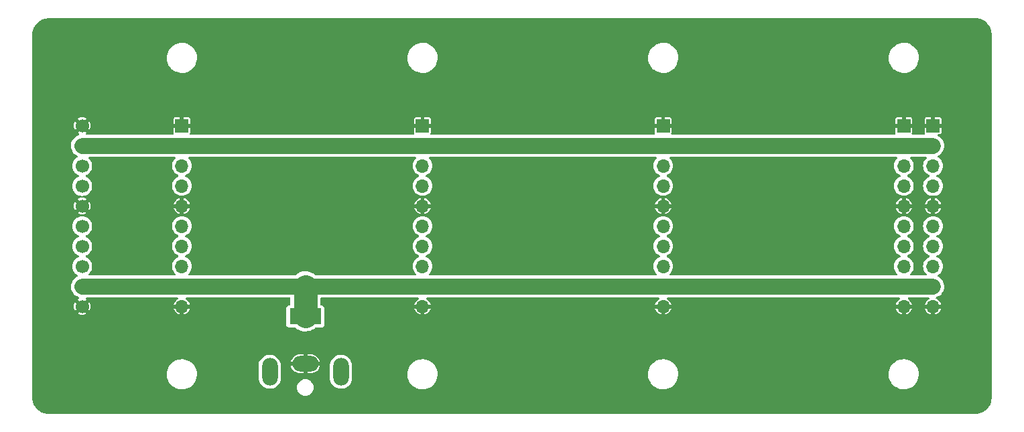
<source format=gbr>
%TF.GenerationSoftware,KiCad,Pcbnew,7.0.9*%
%TF.CreationDate,2024-02-10T01:58:27-05:00*%
%TF.ProjectId,BREAD_Loaf,42524541-445f-44c6-9f61-662e6b696361,rev?*%
%TF.SameCoordinates,PX2fdfdc0PY36746e0*%
%TF.FileFunction,Copper,L2,Bot*%
%TF.FilePolarity,Positive*%
%FSLAX46Y46*%
G04 Gerber Fmt 4.6, Leading zero omitted, Abs format (unit mm)*
G04 Created by KiCad (PCBNEW 7.0.9) date 2024-02-10 01:58:27*
%MOMM*%
%LPD*%
G01*
G04 APERTURE LIST*
%TA.AperFunction,ComponentPad*%
%ADD10R,1.700000X1.700000*%
%TD*%
%TA.AperFunction,ComponentPad*%
%ADD11O,1.700000X1.700000*%
%TD*%
%TA.AperFunction,ComponentPad*%
%ADD12R,4.000000X2.000000*%
%TD*%
%TA.AperFunction,ComponentPad*%
%ADD13O,3.300000X2.000000*%
%TD*%
%TA.AperFunction,ComponentPad*%
%ADD14O,2.000000X3.500000*%
%TD*%
%TA.AperFunction,ComponentPad*%
%ADD15C,1.700000*%
%TD*%
%TA.AperFunction,Conductor*%
%ADD16C,2.000000*%
%TD*%
%TA.AperFunction,Conductor*%
%ADD17C,3.000000*%
%TD*%
G04 APERTURE END LIST*
D10*
%TO.P,J3,1,Pin_1*%
%TO.N,GND*%
X53000000Y-38590000D03*
D11*
%TO.P,J3,2,Pin_2*%
%TO.N,+12V*%
X53000000Y-41130000D03*
%TO.P,J3,3,Pin_3*%
%TO.N,/SCL_5V*%
X53000000Y-43670000D03*
%TO.P,J3,4,Pin_4*%
%TO.N,/SDA_5V*%
X53000000Y-46210000D03*
%TO.P,J3,5,Pin_5*%
%TO.N,GND*%
X53000000Y-48750000D03*
%TO.P,J3,6,Pin_6*%
%TO.N,/E_STOP_5V*%
X53000000Y-51290000D03*
%TO.P,J3,7,Pin_7*%
%TO.N,/INT_5V*%
X53000000Y-53830000D03*
%TO.P,J3,8,Pin_8*%
%TO.N,/SYNC_5V*%
X53000000Y-56370000D03*
%TO.P,J3,9,Pin_9*%
%TO.N,+12V*%
X53000000Y-58910000D03*
%TO.P,J3,10,Pin_10*%
%TO.N,GND*%
X53000000Y-61450000D03*
%TD*%
D10*
%TO.P,J5,1,Pin_1*%
%TO.N,GND*%
X113800000Y-38590000D03*
D11*
%TO.P,J5,2,Pin_2*%
%TO.N,+12V*%
X113800000Y-41130000D03*
%TO.P,J5,3,Pin_3*%
%TO.N,/SCL_5V*%
X113800000Y-43670000D03*
%TO.P,J5,4,Pin_4*%
%TO.N,/SDA_5V*%
X113800000Y-46210000D03*
%TO.P,J5,5,Pin_5*%
%TO.N,GND*%
X113800000Y-48750000D03*
%TO.P,J5,6,Pin_6*%
%TO.N,/E_STOP_5V*%
X113800000Y-51290000D03*
%TO.P,J5,7,Pin_7*%
%TO.N,/INT_5V*%
X113800000Y-53830000D03*
%TO.P,J5,8,Pin_8*%
%TO.N,/SYNC_5V*%
X113800000Y-56370000D03*
%TO.P,J5,9,Pin_9*%
%TO.N,+12V*%
X113800000Y-58910000D03*
%TO.P,J5,10,Pin_10*%
%TO.N,GND*%
X113800000Y-61450000D03*
%TD*%
D10*
%TO.P,J4,1,Pin_1*%
%TO.N,GND*%
X83400000Y-38590000D03*
D11*
%TO.P,J4,2,Pin_2*%
%TO.N,+12V*%
X83400000Y-41130000D03*
%TO.P,J4,3,Pin_3*%
%TO.N,/SCL_5V*%
X83400000Y-43670000D03*
%TO.P,J4,4,Pin_4*%
%TO.N,/SDA_5V*%
X83400000Y-46210000D03*
%TO.P,J4,5,Pin_5*%
%TO.N,GND*%
X83400000Y-48750000D03*
%TO.P,J4,6,Pin_6*%
%TO.N,/E_STOP_5V*%
X83400000Y-51290000D03*
%TO.P,J4,7,Pin_7*%
%TO.N,/INT_5V*%
X83400000Y-53830000D03*
%TO.P,J4,8,Pin_8*%
%TO.N,/SYNC_5V*%
X83400000Y-56370000D03*
%TO.P,J4,9,Pin_9*%
%TO.N,+12V*%
X83400000Y-58910000D03*
%TO.P,J4,10,Pin_10*%
%TO.N,GND*%
X83400000Y-61450000D03*
%TD*%
D10*
%TO.P,J2,1,Pin_1*%
%TO.N,GND*%
X22600000Y-38590000D03*
D11*
%TO.P,J2,2,Pin_2*%
%TO.N,+12V*%
X22600000Y-41130000D03*
%TO.P,J2,3,Pin_3*%
%TO.N,/SCL_5V*%
X22600000Y-43670000D03*
%TO.P,J2,4,Pin_4*%
%TO.N,/SDA_5V*%
X22600000Y-46210000D03*
%TO.P,J2,5,Pin_5*%
%TO.N,GND*%
X22600000Y-48750000D03*
%TO.P,J2,6,Pin_6*%
%TO.N,/E_STOP_5V*%
X22600000Y-51290000D03*
%TO.P,J2,7,Pin_7*%
%TO.N,/INT_5V*%
X22600000Y-53830000D03*
%TO.P,J2,8,Pin_8*%
%TO.N,/SYNC_5V*%
X22600000Y-56370000D03*
%TO.P,J2,9,Pin_9*%
%TO.N,+12V*%
X22600000Y-58910000D03*
%TO.P,J2,10,Pin_10*%
%TO.N,GND*%
X22600000Y-61450000D03*
%TD*%
D12*
%TO.P,J7,1*%
%TO.N,+12V*%
X38200000Y-62700000D03*
D13*
%TO.P,J7,2*%
%TO.N,GND*%
X38200000Y-68700000D03*
D14*
%TO.P,J7,MP*%
%TO.N,N/C*%
X42700000Y-69700000D03*
X33700000Y-69700000D03*
%TD*%
D15*
%TO.P,J1,1,1*%
%TO.N,GND*%
X10000000Y-61460000D03*
%TO.P,J1,2,2*%
%TO.N,+12V*%
X10000000Y-58920000D03*
%TO.P,J1,3,3*%
%TO.N,/SYNC_5V*%
X10000000Y-56380000D03*
%TO.P,J1,4,4*%
%TO.N,/INT_5V*%
X10000000Y-53840000D03*
%TO.P,J1,5,5*%
%TO.N,/E_STOP_5V*%
X10000000Y-51300000D03*
%TO.P,J1,6,6*%
%TO.N,GND*%
X10000000Y-48760000D03*
%TO.P,J1,7,7*%
%TO.N,/SDA_5V*%
X10000000Y-46220000D03*
%TO.P,J1,8,8*%
%TO.N,/SCL_5V*%
X10000000Y-43680000D03*
%TO.P,J1,9,9*%
%TO.N,+12V*%
X10000000Y-41140000D03*
%TO.P,J1,10,10*%
%TO.N,GND*%
X10000000Y-38600000D03*
%TD*%
D10*
%TO.P,J6,1,1*%
%TO.N,GND*%
X117500000Y-38600000D03*
D11*
%TO.P,J6,2,2*%
%TO.N,+12V*%
X117500000Y-41140000D03*
%TO.P,J6,3,3*%
%TO.N,/SCL_5V*%
X117500000Y-43680000D03*
%TO.P,J6,4,4*%
%TO.N,/SDA_5V*%
X117500000Y-46220000D03*
%TO.P,J6,5,5*%
%TO.N,GND*%
X117500000Y-48760000D03*
%TO.P,J6,6,6*%
%TO.N,/E_STOP_5V*%
X117500000Y-51300000D03*
%TO.P,J6,7,7*%
%TO.N,/INT_5V*%
X117500000Y-53840000D03*
%TO.P,J6,8,8*%
%TO.N,/SYNC_5V*%
X117500000Y-56380000D03*
%TO.P,J6,9,9*%
%TO.N,+12V*%
X117500000Y-58920000D03*
%TO.P,J6,10,10*%
%TO.N,GND*%
X117500000Y-61460000D03*
%TD*%
D16*
%TO.N,+12V*%
X22590000Y-41140000D02*
X22600000Y-41130000D01*
X113800000Y-41130000D02*
X117490000Y-41130000D01*
X113810000Y-58920000D02*
X113800000Y-58910000D01*
X10010000Y-58910000D02*
X10000000Y-58920000D01*
X117490000Y-41130000D02*
X117500000Y-41140000D01*
X117500000Y-58920000D02*
X113810000Y-58920000D01*
X53000000Y-58910000D02*
X83400000Y-58910000D01*
X83400000Y-41130000D02*
X113800000Y-41130000D01*
X113800000Y-58910000D02*
X83400000Y-58910000D01*
X53000000Y-41130000D02*
X83400000Y-41130000D01*
D17*
X38200000Y-62700000D02*
X38200000Y-58910000D01*
D16*
X10000000Y-41140000D02*
X22590000Y-41140000D01*
X22600000Y-58910000D02*
X10010000Y-58910000D01*
X38200000Y-58910000D02*
X22600000Y-58910000D01*
X22600000Y-41130000D02*
X53000000Y-41130000D01*
X53000000Y-58910000D02*
X38200000Y-58910000D01*
%TD*%
%TA.AperFunction,Conductor*%
%TO.N,GND*%
G36*
X122902004Y-25000631D02*
G01*
X122983743Y-25005988D01*
X123165459Y-25018985D01*
X123173100Y-25020015D01*
X123261535Y-25037606D01*
X123289420Y-25043153D01*
X123315023Y-25048722D01*
X123433666Y-25074531D01*
X123440383Y-25076395D01*
X123559437Y-25116809D01*
X123656671Y-25153076D01*
X123691741Y-25166157D01*
X123697499Y-25168643D01*
X123812952Y-25225578D01*
X123934906Y-25292170D01*
X123939634Y-25295032D01*
X123996571Y-25333076D01*
X124046649Y-25366537D01*
X124049358Y-25368454D01*
X124158652Y-25450271D01*
X124162345Y-25453265D01*
X124259502Y-25538469D01*
X124262448Y-25541228D01*
X124358769Y-25637549D01*
X124361526Y-25640492D01*
X124446729Y-25737648D01*
X124449732Y-25741353D01*
X124501564Y-25810592D01*
X124531543Y-25850639D01*
X124533461Y-25853349D01*
X124604962Y-25960357D01*
X124607828Y-25965091D01*
X124674421Y-26087047D01*
X124731355Y-26202499D01*
X124733841Y-26208257D01*
X124770212Y-26305768D01*
X124783201Y-26340592D01*
X124823597Y-26459596D01*
X124825472Y-26466352D01*
X124856846Y-26610579D01*
X124879980Y-26726880D01*
X124881015Y-26734560D01*
X124894017Y-26916350D01*
X124899367Y-26997966D01*
X124899500Y-27002023D01*
X124899500Y-73017975D01*
X124899367Y-73022032D01*
X124894017Y-73103648D01*
X124881015Y-73285438D01*
X124879980Y-73293118D01*
X124856846Y-73409420D01*
X124825472Y-73553646D01*
X124823597Y-73560401D01*
X124789297Y-73661448D01*
X124783208Y-73679388D01*
X124783195Y-73679425D01*
X124733841Y-73811741D01*
X124731355Y-73817499D01*
X124674421Y-73932952D01*
X124607828Y-74054907D01*
X124604961Y-74059641D01*
X124533461Y-74166649D01*
X124531543Y-74169359D01*
X124449744Y-74278631D01*
X124446723Y-74282357D01*
X124361529Y-74379502D01*
X124358755Y-74382464D01*
X124262464Y-74478755D01*
X124259502Y-74481529D01*
X124162357Y-74566723D01*
X124158631Y-74569744D01*
X124049359Y-74651543D01*
X124046649Y-74653461D01*
X123939641Y-74724961D01*
X123934907Y-74727828D01*
X123812952Y-74794421D01*
X123697499Y-74851355D01*
X123691741Y-74853841D01*
X123570956Y-74898893D01*
X123559418Y-74903197D01*
X123440401Y-74943597D01*
X123433646Y-74945472D01*
X123289420Y-74976846D01*
X123173118Y-74999980D01*
X123165438Y-75001015D01*
X122983648Y-75014017D01*
X122932582Y-75017364D01*
X122902025Y-75019367D01*
X122897976Y-75019500D01*
X5702024Y-75019500D01*
X5697974Y-75019367D01*
X5659954Y-75016875D01*
X5616350Y-75014017D01*
X5434560Y-75001015D01*
X5426880Y-74999980D01*
X5310579Y-74976846D01*
X5166352Y-74945472D01*
X5159596Y-74943597D01*
X5127881Y-74932831D01*
X5040578Y-74903196D01*
X5005768Y-74890212D01*
X4908257Y-74853841D01*
X4902499Y-74851355D01*
X4787047Y-74794421D01*
X4665091Y-74727828D01*
X4660357Y-74724962D01*
X4553349Y-74653461D01*
X4550639Y-74651543D01*
X4510592Y-74621564D01*
X4441353Y-74569732D01*
X4437648Y-74566729D01*
X4340492Y-74481526D01*
X4337549Y-74478769D01*
X4241228Y-74382448D01*
X4238469Y-74379502D01*
X4205450Y-74341851D01*
X4153265Y-74282345D01*
X4150271Y-74278652D01*
X4068454Y-74169358D01*
X4066537Y-74166649D01*
X3995036Y-74059641D01*
X3992170Y-74054906D01*
X3925578Y-73932952D01*
X3868643Y-73817499D01*
X3866157Y-73811741D01*
X3853076Y-73776671D01*
X3816805Y-73679425D01*
X3776395Y-73560383D01*
X3774531Y-73553666D01*
X3743153Y-73409420D01*
X3738641Y-73386738D01*
X3720015Y-73293100D01*
X3718985Y-73285459D01*
X3705986Y-73103708D01*
X3702938Y-73057198D01*
X3700633Y-73022019D01*
X3700500Y-73017964D01*
X3700500Y-70089594D01*
X20695686Y-70089594D01*
X20726114Y-70366125D01*
X20796478Y-70635272D01*
X20875963Y-70822317D01*
X20905284Y-70891314D01*
X20989285Y-71028955D01*
X21050205Y-71128776D01*
X21050212Y-71128786D01*
X21228161Y-71342616D01*
X21228167Y-71342621D01*
X21393918Y-71491133D01*
X21435357Y-71528263D01*
X21667373Y-71681763D01*
X21919267Y-71799846D01*
X21919274Y-71799848D01*
X21919276Y-71799849D01*
X22185657Y-71879992D01*
X22185664Y-71879993D01*
X22185669Y-71879995D01*
X22460901Y-71920500D01*
X22460906Y-71920500D01*
X22669469Y-71920500D01*
X22729862Y-71916079D01*
X22877455Y-71905277D01*
X23148997Y-71844788D01*
X23408838Y-71745408D01*
X23651440Y-71609253D01*
X23871632Y-71439226D01*
X24064722Y-71238951D01*
X24226593Y-71012696D01*
X24324475Y-70822315D01*
X24353790Y-70765298D01*
X24353794Y-70765288D01*
X24353797Y-70765283D01*
X24441057Y-70509502D01*
X32299500Y-70509502D01*
X32314652Y-70687536D01*
X32374724Y-70918248D01*
X32472919Y-71135480D01*
X32472924Y-71135488D01*
X32606413Y-71332993D01*
X32606418Y-71332998D01*
X32606421Y-71333003D01*
X32771379Y-71505118D01*
X32963053Y-71646879D01*
X33175926Y-71754207D01*
X33403877Y-71824016D01*
X33640346Y-71854298D01*
X33878532Y-71844180D01*
X34111581Y-71793954D01*
X34332790Y-71705064D01*
X34341014Y-71700000D01*
X37144417Y-71700000D01*
X37164699Y-71905932D01*
X37164700Y-71905934D01*
X37224768Y-72103954D01*
X37322315Y-72286450D01*
X37322317Y-72286452D01*
X37453589Y-72446410D01*
X37550209Y-72525702D01*
X37613550Y-72577685D01*
X37796046Y-72675232D01*
X37994066Y-72735300D01*
X37994065Y-72735300D01*
X38032647Y-72739100D01*
X38148392Y-72750500D01*
X38148395Y-72750500D01*
X38251605Y-72750500D01*
X38251608Y-72750500D01*
X38405934Y-72735300D01*
X38603954Y-72675232D01*
X38786450Y-72577685D01*
X38946410Y-72446410D01*
X39077685Y-72286450D01*
X39175232Y-72103954D01*
X39235300Y-71905934D01*
X39255583Y-71700000D01*
X39235300Y-71494066D01*
X39175232Y-71296046D01*
X39077685Y-71113550D01*
X39008259Y-71028954D01*
X38946410Y-70953589D01*
X38786452Y-70822317D01*
X38786453Y-70822317D01*
X38786450Y-70822315D01*
X38603954Y-70724768D01*
X38405934Y-70664700D01*
X38405932Y-70664699D01*
X38405934Y-70664699D01*
X38286805Y-70652966D01*
X38251608Y-70649500D01*
X38148392Y-70649500D01*
X38110298Y-70653251D01*
X37994067Y-70664699D01*
X37796043Y-70724769D01*
X37720248Y-70765283D01*
X37613550Y-70822315D01*
X37613548Y-70822316D01*
X37613547Y-70822317D01*
X37453589Y-70953589D01*
X37322317Y-71113547D01*
X37322315Y-71113550D01*
X37314174Y-71128781D01*
X37224769Y-71296043D01*
X37164699Y-71494067D01*
X37144417Y-71700000D01*
X34341014Y-71700000D01*
X34535795Y-71580069D01*
X34714755Y-71422564D01*
X34864523Y-71237080D01*
X34980790Y-71028954D01*
X35060211Y-70804171D01*
X35084125Y-70664700D01*
X35100499Y-70569209D01*
X35100500Y-70569198D01*
X35100500Y-70509502D01*
X41299500Y-70509502D01*
X41314652Y-70687536D01*
X41374724Y-70918248D01*
X41472919Y-71135480D01*
X41472924Y-71135488D01*
X41606413Y-71332993D01*
X41606418Y-71332998D01*
X41606421Y-71333003D01*
X41771379Y-71505118D01*
X41963053Y-71646879D01*
X42175926Y-71754207D01*
X42403877Y-71824016D01*
X42640346Y-71854298D01*
X42878532Y-71844180D01*
X43111581Y-71793954D01*
X43332790Y-71705064D01*
X43535795Y-71580069D01*
X43714755Y-71422564D01*
X43864523Y-71237080D01*
X43980790Y-71028954D01*
X44060211Y-70804171D01*
X44084125Y-70664700D01*
X44100499Y-70569209D01*
X44100500Y-70569198D01*
X44100500Y-70089594D01*
X51095686Y-70089594D01*
X51126114Y-70366125D01*
X51196478Y-70635272D01*
X51275963Y-70822317D01*
X51305284Y-70891314D01*
X51389285Y-71028955D01*
X51450205Y-71128776D01*
X51450212Y-71128786D01*
X51628161Y-71342616D01*
X51628167Y-71342621D01*
X51793918Y-71491133D01*
X51835357Y-71528263D01*
X52067373Y-71681763D01*
X52319267Y-71799846D01*
X52319274Y-71799848D01*
X52319276Y-71799849D01*
X52585657Y-71879992D01*
X52585664Y-71879993D01*
X52585669Y-71879995D01*
X52860901Y-71920500D01*
X52860906Y-71920500D01*
X53069469Y-71920500D01*
X53129862Y-71916079D01*
X53277455Y-71905277D01*
X53548997Y-71844788D01*
X53808838Y-71745408D01*
X54051440Y-71609253D01*
X54271632Y-71439226D01*
X54464722Y-71238951D01*
X54626593Y-71012696D01*
X54724475Y-70822315D01*
X54753790Y-70765298D01*
X54753794Y-70765288D01*
X54753797Y-70765283D01*
X54843621Y-70501986D01*
X54894152Y-70228416D01*
X54899226Y-70089594D01*
X81495686Y-70089594D01*
X81526114Y-70366125D01*
X81596478Y-70635272D01*
X81675963Y-70822317D01*
X81705284Y-70891314D01*
X81789285Y-71028955D01*
X81850205Y-71128776D01*
X81850212Y-71128786D01*
X82028161Y-71342616D01*
X82028167Y-71342621D01*
X82193918Y-71491133D01*
X82235357Y-71528263D01*
X82467373Y-71681763D01*
X82719267Y-71799846D01*
X82719274Y-71799848D01*
X82719276Y-71799849D01*
X82985657Y-71879992D01*
X82985664Y-71879993D01*
X82985669Y-71879995D01*
X83260901Y-71920500D01*
X83260906Y-71920500D01*
X83469469Y-71920500D01*
X83529862Y-71916079D01*
X83677455Y-71905277D01*
X83948997Y-71844788D01*
X84208838Y-71745408D01*
X84451440Y-71609253D01*
X84671632Y-71439226D01*
X84864722Y-71238951D01*
X85026593Y-71012696D01*
X85124475Y-70822315D01*
X85153790Y-70765298D01*
X85153794Y-70765288D01*
X85153797Y-70765283D01*
X85243621Y-70501986D01*
X85294152Y-70228416D01*
X85299226Y-70089594D01*
X111895686Y-70089594D01*
X111926114Y-70366125D01*
X111996478Y-70635272D01*
X112075963Y-70822317D01*
X112105284Y-70891314D01*
X112189285Y-71028955D01*
X112250205Y-71128776D01*
X112250212Y-71128786D01*
X112428161Y-71342616D01*
X112428167Y-71342621D01*
X112593918Y-71491133D01*
X112635357Y-71528263D01*
X112867373Y-71681763D01*
X113119267Y-71799846D01*
X113119274Y-71799848D01*
X113119276Y-71799849D01*
X113385657Y-71879992D01*
X113385664Y-71879993D01*
X113385669Y-71879995D01*
X113660901Y-71920500D01*
X113660906Y-71920500D01*
X113869469Y-71920500D01*
X113929862Y-71916079D01*
X114077455Y-71905277D01*
X114348997Y-71844788D01*
X114608838Y-71745408D01*
X114851440Y-71609253D01*
X115071632Y-71439226D01*
X115264722Y-71238951D01*
X115426593Y-71012696D01*
X115524475Y-70822315D01*
X115553790Y-70765298D01*
X115553794Y-70765288D01*
X115553797Y-70765283D01*
X115643621Y-70501986D01*
X115694152Y-70228416D01*
X115704313Y-69950404D01*
X115673886Y-69673876D01*
X115603520Y-69404724D01*
X115494716Y-69148686D01*
X115349792Y-68911219D01*
X115258112Y-68801053D01*
X115171838Y-68697383D01*
X115171832Y-68697378D01*
X114964643Y-68511737D01*
X114732629Y-68358238D01*
X114732627Y-68358237D01*
X114480733Y-68240154D01*
X114480728Y-68240152D01*
X114480723Y-68240150D01*
X114214342Y-68160007D01*
X114214328Y-68160004D01*
X114095565Y-68142526D01*
X113939099Y-68119500D01*
X113730537Y-68119500D01*
X113730531Y-68119500D01*
X113522545Y-68134723D01*
X113522535Y-68134724D01*
X113251007Y-68195210D01*
X113250997Y-68195213D01*
X112991161Y-68294592D01*
X112748561Y-68430746D01*
X112748556Y-68430749D01*
X112528369Y-68600772D01*
X112528359Y-68600781D01*
X112335281Y-68801045D01*
X112335274Y-68801053D01*
X112173412Y-69027295D01*
X112173405Y-69027307D01*
X112046209Y-69274701D01*
X112046205Y-69274711D01*
X111956379Y-69538012D01*
X111956378Y-69538018D01*
X111905848Y-69811584D01*
X111905847Y-69811591D01*
X111895686Y-70089594D01*
X85299226Y-70089594D01*
X85304313Y-69950404D01*
X85273886Y-69673876D01*
X85203520Y-69404724D01*
X85094716Y-69148686D01*
X84949792Y-68911219D01*
X84858112Y-68801053D01*
X84771838Y-68697383D01*
X84771832Y-68697378D01*
X84564643Y-68511737D01*
X84332629Y-68358238D01*
X84332627Y-68358237D01*
X84080733Y-68240154D01*
X84080728Y-68240152D01*
X84080723Y-68240150D01*
X83814342Y-68160007D01*
X83814328Y-68160004D01*
X83695565Y-68142526D01*
X83539099Y-68119500D01*
X83330537Y-68119500D01*
X83330531Y-68119500D01*
X83122545Y-68134723D01*
X83122535Y-68134724D01*
X82851007Y-68195210D01*
X82850997Y-68195213D01*
X82591161Y-68294592D01*
X82348561Y-68430746D01*
X82348556Y-68430749D01*
X82128369Y-68600772D01*
X82128359Y-68600781D01*
X81935281Y-68801045D01*
X81935274Y-68801053D01*
X81773412Y-69027295D01*
X81773405Y-69027307D01*
X81646209Y-69274701D01*
X81646205Y-69274711D01*
X81556379Y-69538012D01*
X81556378Y-69538018D01*
X81505848Y-69811584D01*
X81505847Y-69811591D01*
X81495686Y-70089594D01*
X54899226Y-70089594D01*
X54904313Y-69950404D01*
X54873886Y-69673876D01*
X54803520Y-69404724D01*
X54694716Y-69148686D01*
X54549792Y-68911219D01*
X54458112Y-68801053D01*
X54371838Y-68697383D01*
X54371832Y-68697378D01*
X54164643Y-68511737D01*
X53932629Y-68358238D01*
X53932627Y-68358237D01*
X53680733Y-68240154D01*
X53680728Y-68240152D01*
X53680723Y-68240150D01*
X53414342Y-68160007D01*
X53414328Y-68160004D01*
X53295565Y-68142526D01*
X53139099Y-68119500D01*
X52930537Y-68119500D01*
X52930531Y-68119500D01*
X52722545Y-68134723D01*
X52722535Y-68134724D01*
X52451007Y-68195210D01*
X52450997Y-68195213D01*
X52191161Y-68294592D01*
X51948561Y-68430746D01*
X51948556Y-68430749D01*
X51728369Y-68600772D01*
X51728359Y-68600781D01*
X51535281Y-68801045D01*
X51535274Y-68801053D01*
X51373412Y-69027295D01*
X51373405Y-69027307D01*
X51246209Y-69274701D01*
X51246205Y-69274711D01*
X51156379Y-69538012D01*
X51156378Y-69538018D01*
X51105848Y-69811584D01*
X51105847Y-69811591D01*
X51095686Y-70089594D01*
X44100500Y-70089594D01*
X44100500Y-68890498D01*
X44085347Y-68712463D01*
X44025275Y-68481751D01*
X43927080Y-68264519D01*
X43927075Y-68264511D01*
X43793586Y-68067006D01*
X43793582Y-68067001D01*
X43793579Y-68066997D01*
X43628621Y-67894882D01*
X43436947Y-67753121D01*
X43224074Y-67645793D01*
X43094283Y-67606045D01*
X42996121Y-67575983D01*
X42759647Y-67545701D01*
X42521471Y-67555819D01*
X42521467Y-67555819D01*
X42288419Y-67606045D01*
X42067211Y-67694935D01*
X41864203Y-67819932D01*
X41685245Y-67977435D01*
X41612929Y-68066997D01*
X41535477Y-68162920D01*
X41535476Y-68162922D01*
X41419210Y-68371044D01*
X41339788Y-68595829D01*
X41299500Y-68830790D01*
X41299500Y-70509502D01*
X35100500Y-70509502D01*
X35100500Y-68950000D01*
X36375948Y-68950000D01*
X36390864Y-69029804D01*
X36471201Y-69237177D01*
X36471202Y-69237179D01*
X36588278Y-69426261D01*
X36738099Y-69590608D01*
X36915574Y-69724631D01*
X37114649Y-69823759D01*
X37328560Y-69884621D01*
X37494523Y-69900000D01*
X37950000Y-69900000D01*
X37950000Y-69200000D01*
X38450000Y-69200000D01*
X38450000Y-69900000D01*
X38905477Y-69900000D01*
X39071439Y-69884621D01*
X39285350Y-69823759D01*
X39484425Y-69724631D01*
X39661900Y-69590608D01*
X39811721Y-69426261D01*
X39928797Y-69237179D01*
X39928798Y-69237177D01*
X40009135Y-69029804D01*
X40024052Y-68950000D01*
X39283686Y-68950000D01*
X39309493Y-68909844D01*
X39350000Y-68771889D01*
X39350000Y-68628111D01*
X39309493Y-68490156D01*
X39283686Y-68450000D01*
X40024052Y-68450000D01*
X40009135Y-68370195D01*
X39928798Y-68162822D01*
X39928797Y-68162820D01*
X39811721Y-67973738D01*
X39661900Y-67809391D01*
X39484425Y-67675368D01*
X39285350Y-67576240D01*
X39071439Y-67515378D01*
X38905477Y-67500000D01*
X38450000Y-67500000D01*
X38450000Y-68200000D01*
X37950000Y-68200000D01*
X37950000Y-67500000D01*
X37494523Y-67500000D01*
X37328560Y-67515378D01*
X37114649Y-67576240D01*
X36915574Y-67675368D01*
X36738099Y-67809391D01*
X36588278Y-67973738D01*
X36471202Y-68162820D01*
X36471201Y-68162822D01*
X36390864Y-68370195D01*
X36375948Y-68450000D01*
X37116314Y-68450000D01*
X37090507Y-68490156D01*
X37050000Y-68628111D01*
X37050000Y-68771889D01*
X37090507Y-68909844D01*
X37116314Y-68950000D01*
X36375948Y-68950000D01*
X35100500Y-68950000D01*
X35100500Y-68890498D01*
X35085347Y-68712463D01*
X35025275Y-68481751D01*
X34927080Y-68264519D01*
X34927075Y-68264511D01*
X34793586Y-68067006D01*
X34793582Y-68067001D01*
X34793579Y-68066997D01*
X34628621Y-67894882D01*
X34436947Y-67753121D01*
X34224074Y-67645793D01*
X34094283Y-67606045D01*
X33996121Y-67575983D01*
X33759647Y-67545701D01*
X33521471Y-67555819D01*
X33521467Y-67555819D01*
X33288419Y-67606045D01*
X33067211Y-67694935D01*
X32864203Y-67819932D01*
X32685245Y-67977435D01*
X32612929Y-68066997D01*
X32535477Y-68162920D01*
X32535476Y-68162922D01*
X32419210Y-68371044D01*
X32339788Y-68595829D01*
X32299500Y-68830790D01*
X32299500Y-70509502D01*
X24441057Y-70509502D01*
X24443621Y-70501986D01*
X24494152Y-70228416D01*
X24504313Y-69950404D01*
X24473886Y-69673876D01*
X24403520Y-69404724D01*
X24294716Y-69148686D01*
X24149792Y-68911219D01*
X24058112Y-68801053D01*
X23971838Y-68697383D01*
X23971832Y-68697378D01*
X23764643Y-68511737D01*
X23532629Y-68358238D01*
X23532627Y-68358237D01*
X23280733Y-68240154D01*
X23280728Y-68240152D01*
X23280723Y-68240150D01*
X23014342Y-68160007D01*
X23014328Y-68160004D01*
X22895565Y-68142526D01*
X22739099Y-68119500D01*
X22530537Y-68119500D01*
X22530531Y-68119500D01*
X22322545Y-68134723D01*
X22322535Y-68134724D01*
X22051007Y-68195210D01*
X22050997Y-68195213D01*
X21791161Y-68294592D01*
X21548561Y-68430746D01*
X21548556Y-68430749D01*
X21328369Y-68600772D01*
X21328359Y-68600781D01*
X21135281Y-68801045D01*
X21135274Y-68801053D01*
X20973412Y-69027295D01*
X20973405Y-69027307D01*
X20846209Y-69274701D01*
X20846205Y-69274711D01*
X20756379Y-69538012D01*
X20756378Y-69538018D01*
X20705848Y-69811584D01*
X20705847Y-69811591D01*
X20695686Y-70089594D01*
X3700500Y-70089594D01*
X3700500Y-59009441D01*
X8597284Y-59009441D01*
X8632579Y-59245221D01*
X8632579Y-59245224D01*
X8707210Y-59471638D01*
X8819032Y-59682184D01*
X8819036Y-59682190D01*
X8964826Y-59870802D01*
X8964834Y-59870811D01*
X9140397Y-60032067D01*
X9140400Y-60032069D01*
X9140407Y-60032075D01*
X9340713Y-60161351D01*
X9559986Y-60254914D01*
X9564897Y-60256082D01*
X9625563Y-60290743D01*
X9657859Y-60352700D01*
X9651532Y-60422283D01*
X9608590Y-60477399D01*
X9594660Y-60486076D01*
X9454529Y-60560976D01*
X9867466Y-60973913D01*
X9857685Y-60975320D01*
X9726900Y-61035048D01*
X9618239Y-61129202D01*
X9540507Y-61250156D01*
X9516923Y-61330476D01*
X9100976Y-60914529D01*
X9100975Y-60914529D01*
X9025234Y-61056234D01*
X8965191Y-61254166D01*
X8944919Y-61460000D01*
X8965191Y-61665834D01*
X9025233Y-61863766D01*
X9100975Y-62005469D01*
X9100976Y-62005469D01*
X9516922Y-61589523D01*
X9540507Y-61669844D01*
X9618239Y-61790798D01*
X9726900Y-61884952D01*
X9857685Y-61944680D01*
X9867466Y-61946086D01*
X9454528Y-62359023D01*
X9596233Y-62434766D01*
X9794165Y-62494808D01*
X10000000Y-62515080D01*
X10205834Y-62494808D01*
X10403764Y-62434766D01*
X10545470Y-62359022D01*
X10132534Y-61946086D01*
X10142315Y-61944680D01*
X10273100Y-61884952D01*
X10381761Y-61790798D01*
X10459493Y-61669844D01*
X10483076Y-61589523D01*
X10899022Y-62005469D01*
X10974766Y-61863764D01*
X11034808Y-61665834D01*
X11055080Y-61460000D01*
X11034808Y-61254165D01*
X10974766Y-61056233D01*
X10899023Y-60914528D01*
X10483076Y-61330475D01*
X10459493Y-61250156D01*
X10381761Y-61129202D01*
X10273100Y-61035048D01*
X10142315Y-60975320D01*
X10132533Y-60973913D01*
X10545469Y-60560976D01*
X10545469Y-60560975D01*
X10513445Y-60543858D01*
X10463601Y-60494896D01*
X10448140Y-60426759D01*
X10471971Y-60361079D01*
X10527529Y-60318710D01*
X10571898Y-60310500D01*
X22009393Y-60310500D01*
X22076432Y-60330185D01*
X22122187Y-60382989D01*
X22132131Y-60452147D01*
X22103106Y-60515703D01*
X22067846Y-60543858D01*
X22013833Y-60572728D01*
X22013826Y-60572732D01*
X21853944Y-60703944D01*
X21722732Y-60863826D01*
X21722728Y-60863833D01*
X21625233Y-61046233D01*
X21578590Y-61200000D01*
X22166314Y-61200000D01*
X22140507Y-61240156D01*
X22100000Y-61378111D01*
X22100000Y-61521889D01*
X22140507Y-61659844D01*
X22166314Y-61700000D01*
X21578590Y-61700000D01*
X21625233Y-61853766D01*
X21722728Y-62036166D01*
X21722732Y-62036173D01*
X21853944Y-62196055D01*
X22013826Y-62327267D01*
X22013833Y-62327271D01*
X22196233Y-62424766D01*
X22350000Y-62471410D01*
X22350000Y-61885501D01*
X22457685Y-61934680D01*
X22564237Y-61950000D01*
X22635763Y-61950000D01*
X22742315Y-61934680D01*
X22850000Y-61885501D01*
X22850000Y-62471410D01*
X23003766Y-62424766D01*
X23186166Y-62327271D01*
X23186173Y-62327267D01*
X23346055Y-62196055D01*
X23477267Y-62036173D01*
X23477271Y-62036166D01*
X23574766Y-61853766D01*
X23621410Y-61700000D01*
X23033686Y-61700000D01*
X23059493Y-61659844D01*
X23100000Y-61521889D01*
X23100000Y-61378111D01*
X23059493Y-61240156D01*
X23033686Y-61200000D01*
X23621410Y-61200000D01*
X23574766Y-61046233D01*
X23477271Y-60863833D01*
X23477267Y-60863826D01*
X23346055Y-60703944D01*
X23186173Y-60572732D01*
X23186166Y-60572728D01*
X23132154Y-60543858D01*
X23082310Y-60494896D01*
X23066849Y-60426758D01*
X23090680Y-60361079D01*
X23146238Y-60318710D01*
X23190607Y-60310500D01*
X36175500Y-60310500D01*
X36242539Y-60330185D01*
X36288294Y-60382989D01*
X36299500Y-60434500D01*
X36299500Y-61175500D01*
X36279815Y-61242539D01*
X36227011Y-61288294D01*
X36175510Y-61299500D01*
X36168485Y-61299500D01*
X36096435Y-61310911D01*
X36074696Y-61314354D01*
X35961658Y-61371950D01*
X35961657Y-61371951D01*
X35961652Y-61371954D01*
X35871954Y-61461652D01*
X35871951Y-61461657D01*
X35814352Y-61574698D01*
X35799500Y-61668475D01*
X35799500Y-63731517D01*
X35810292Y-63799657D01*
X35814354Y-63825304D01*
X35871950Y-63938342D01*
X35871952Y-63938344D01*
X35871954Y-63938347D01*
X35961652Y-64028045D01*
X35961654Y-64028046D01*
X35961658Y-64028050D01*
X36074694Y-64085645D01*
X36074698Y-64085647D01*
X36168475Y-64100499D01*
X36168481Y-64100500D01*
X36864396Y-64100499D01*
X36931435Y-64120183D01*
X36950462Y-64135232D01*
X36981049Y-64164722D01*
X36981052Y-64164724D01*
X36981053Y-64164725D01*
X37207295Y-64326587D01*
X37207298Y-64326588D01*
X37207304Y-64326593D01*
X37283180Y-64365603D01*
X37454701Y-64453790D01*
X37454711Y-64453794D01*
X37454717Y-64453797D01*
X37718014Y-64543621D01*
X37991584Y-64594152D01*
X38207815Y-64602055D01*
X38269594Y-64604313D01*
X38269594Y-64604312D01*
X38269596Y-64604313D01*
X38546124Y-64573886D01*
X38815276Y-64503520D01*
X39071314Y-64394716D01*
X39308781Y-64249792D01*
X39411000Y-64164725D01*
X39453704Y-64129187D01*
X39517825Y-64101434D01*
X39533023Y-64100499D01*
X40231517Y-64100499D01*
X40231518Y-64100499D01*
X40325304Y-64085646D01*
X40438342Y-64028050D01*
X40528050Y-63938342D01*
X40585646Y-63825304D01*
X40585646Y-63825302D01*
X40585647Y-63825301D01*
X40600499Y-63731524D01*
X40600500Y-63731519D01*
X40600499Y-61668482D01*
X40585646Y-61574696D01*
X40528050Y-61461658D01*
X40528046Y-61461654D01*
X40528045Y-61461652D01*
X40438347Y-61371954D01*
X40438344Y-61371952D01*
X40438342Y-61371950D01*
X40361517Y-61332805D01*
X40325301Y-61314352D01*
X40231524Y-61299500D01*
X40231519Y-61299500D01*
X40224500Y-61299500D01*
X40157461Y-61279815D01*
X40111706Y-61227011D01*
X40100500Y-61175500D01*
X40100500Y-60434500D01*
X40120185Y-60367461D01*
X40172989Y-60321706D01*
X40224500Y-60310500D01*
X52409393Y-60310500D01*
X52476432Y-60330185D01*
X52522187Y-60382989D01*
X52532131Y-60452147D01*
X52503106Y-60515703D01*
X52467846Y-60543858D01*
X52413833Y-60572728D01*
X52413826Y-60572732D01*
X52253944Y-60703944D01*
X52122732Y-60863826D01*
X52122728Y-60863833D01*
X52025233Y-61046233D01*
X51978590Y-61200000D01*
X52566314Y-61200000D01*
X52540507Y-61240156D01*
X52500000Y-61378111D01*
X52500000Y-61521889D01*
X52540507Y-61659844D01*
X52566314Y-61700000D01*
X51978590Y-61700000D01*
X52025233Y-61853766D01*
X52122728Y-62036166D01*
X52122732Y-62036173D01*
X52253944Y-62196055D01*
X52413826Y-62327267D01*
X52413833Y-62327271D01*
X52596233Y-62424766D01*
X52750000Y-62471410D01*
X52750000Y-61885501D01*
X52857685Y-61934680D01*
X52964237Y-61950000D01*
X53035763Y-61950000D01*
X53142315Y-61934680D01*
X53250000Y-61885501D01*
X53250000Y-62471410D01*
X53403766Y-62424766D01*
X53586166Y-62327271D01*
X53586173Y-62327267D01*
X53746055Y-62196055D01*
X53877267Y-62036173D01*
X53877271Y-62036166D01*
X53974766Y-61853766D01*
X54021410Y-61700000D01*
X53433686Y-61700000D01*
X53459493Y-61659844D01*
X53500000Y-61521889D01*
X53500000Y-61378111D01*
X53459493Y-61240156D01*
X53433686Y-61200000D01*
X54021410Y-61200000D01*
X53974766Y-61046233D01*
X53877271Y-60863833D01*
X53877267Y-60863826D01*
X53746055Y-60703944D01*
X53586173Y-60572732D01*
X53586166Y-60572728D01*
X53532154Y-60543858D01*
X53482310Y-60494896D01*
X53466849Y-60426758D01*
X53490680Y-60361079D01*
X53546238Y-60318710D01*
X53590607Y-60310500D01*
X82809393Y-60310500D01*
X82876432Y-60330185D01*
X82922187Y-60382989D01*
X82932131Y-60452147D01*
X82903106Y-60515703D01*
X82867846Y-60543858D01*
X82813833Y-60572728D01*
X82813826Y-60572732D01*
X82653944Y-60703944D01*
X82522732Y-60863826D01*
X82522728Y-60863833D01*
X82425233Y-61046233D01*
X82378590Y-61200000D01*
X82966314Y-61200000D01*
X82940507Y-61240156D01*
X82900000Y-61378111D01*
X82900000Y-61521889D01*
X82940507Y-61659844D01*
X82966314Y-61700000D01*
X82378590Y-61700000D01*
X82425233Y-61853766D01*
X82522728Y-62036166D01*
X82522732Y-62036173D01*
X82653944Y-62196055D01*
X82813826Y-62327267D01*
X82813833Y-62327271D01*
X82996233Y-62424766D01*
X83150000Y-62471410D01*
X83150000Y-61885501D01*
X83257685Y-61934680D01*
X83364237Y-61950000D01*
X83435763Y-61950000D01*
X83542315Y-61934680D01*
X83650000Y-61885501D01*
X83650000Y-62471410D01*
X83803766Y-62424766D01*
X83986166Y-62327271D01*
X83986173Y-62327267D01*
X84146055Y-62196055D01*
X84277267Y-62036173D01*
X84277271Y-62036166D01*
X84374766Y-61853766D01*
X84421410Y-61700000D01*
X83833686Y-61700000D01*
X83859493Y-61659844D01*
X83900000Y-61521889D01*
X83900000Y-61378111D01*
X83859493Y-61240156D01*
X83833686Y-61200000D01*
X84421410Y-61200000D01*
X84374766Y-61046233D01*
X84277271Y-60863833D01*
X84277267Y-60863826D01*
X84146055Y-60703944D01*
X83986173Y-60572732D01*
X83986166Y-60572728D01*
X83932154Y-60543858D01*
X83882310Y-60494896D01*
X83866849Y-60426758D01*
X83890680Y-60361079D01*
X83946238Y-60318710D01*
X83990607Y-60310500D01*
X113209393Y-60310500D01*
X113276432Y-60330185D01*
X113322187Y-60382989D01*
X113332131Y-60452147D01*
X113303106Y-60515703D01*
X113267846Y-60543858D01*
X113213833Y-60572728D01*
X113213826Y-60572732D01*
X113053944Y-60703944D01*
X112922732Y-60863826D01*
X112922728Y-60863833D01*
X112825233Y-61046233D01*
X112778590Y-61200000D01*
X113366314Y-61200000D01*
X113340507Y-61240156D01*
X113300000Y-61378111D01*
X113300000Y-61521889D01*
X113340507Y-61659844D01*
X113366314Y-61700000D01*
X112778590Y-61700000D01*
X112825233Y-61853766D01*
X112922728Y-62036166D01*
X112922732Y-62036173D01*
X113053944Y-62196055D01*
X113213826Y-62327267D01*
X113213833Y-62327271D01*
X113396233Y-62424766D01*
X113550000Y-62471410D01*
X113550000Y-61885501D01*
X113657685Y-61934680D01*
X113764237Y-61950000D01*
X113835763Y-61950000D01*
X113942315Y-61934680D01*
X114050000Y-61885501D01*
X114050000Y-62471410D01*
X114203766Y-62424766D01*
X114386166Y-62327271D01*
X114386173Y-62327267D01*
X114546055Y-62196055D01*
X114677267Y-62036173D01*
X114677271Y-62036166D01*
X114774766Y-61853766D01*
X114821410Y-61700000D01*
X114233686Y-61700000D01*
X114259493Y-61659844D01*
X114300000Y-61521889D01*
X114300000Y-61378111D01*
X114259493Y-61240156D01*
X114233686Y-61200000D01*
X114821410Y-61200000D01*
X114774766Y-61046233D01*
X114677271Y-60863833D01*
X114677267Y-60863826D01*
X114546055Y-60703944D01*
X114386173Y-60572732D01*
X114386166Y-60572728D01*
X114350863Y-60553858D01*
X114301018Y-60504896D01*
X114285558Y-60436758D01*
X114309390Y-60371078D01*
X114364947Y-60328710D01*
X114409316Y-60320500D01*
X116909393Y-60320500D01*
X116976432Y-60340185D01*
X117022187Y-60392989D01*
X117032131Y-60462147D01*
X117003106Y-60525703D01*
X116967846Y-60553858D01*
X116913833Y-60582728D01*
X116913826Y-60582732D01*
X116753944Y-60713944D01*
X116622732Y-60873826D01*
X116622728Y-60873833D01*
X116525233Y-61056233D01*
X116478590Y-61210000D01*
X117066314Y-61210000D01*
X117040507Y-61250156D01*
X117000000Y-61388111D01*
X117000000Y-61531889D01*
X117040507Y-61669844D01*
X117066314Y-61710000D01*
X116478590Y-61710000D01*
X116525233Y-61863766D01*
X116622728Y-62046166D01*
X116622732Y-62046173D01*
X116753944Y-62206055D01*
X116913826Y-62337267D01*
X116913833Y-62337271D01*
X117096233Y-62434766D01*
X117250000Y-62481410D01*
X117250000Y-61895501D01*
X117357685Y-61944680D01*
X117464237Y-61960000D01*
X117535763Y-61960000D01*
X117642315Y-61944680D01*
X117750000Y-61895501D01*
X117750000Y-62481410D01*
X117903766Y-62434766D01*
X118086166Y-62337271D01*
X118086173Y-62337267D01*
X118246055Y-62206055D01*
X118377267Y-62046173D01*
X118377271Y-62046166D01*
X118474766Y-61863766D01*
X118521410Y-61710000D01*
X117933686Y-61710000D01*
X117959493Y-61669844D01*
X118000000Y-61531889D01*
X118000000Y-61388111D01*
X117959493Y-61250156D01*
X117933686Y-61210000D01*
X118521410Y-61210000D01*
X118474766Y-61056233D01*
X118377271Y-60873833D01*
X118377267Y-60873826D01*
X118246055Y-60713944D01*
X118086173Y-60582732D01*
X118086166Y-60582728D01*
X117902639Y-60484631D01*
X117852795Y-60435669D01*
X117837334Y-60367531D01*
X117861166Y-60301852D01*
X117916723Y-60259483D01*
X117929848Y-60255274D01*
X117968246Y-60245276D01*
X117968246Y-60245275D01*
X117968249Y-60245275D01*
X118153909Y-60161351D01*
X118185480Y-60147080D01*
X118185481Y-60147078D01*
X118185486Y-60147077D01*
X118383003Y-60013579D01*
X118555118Y-59848621D01*
X118696879Y-59656947D01*
X118804207Y-59444074D01*
X118874016Y-59216123D01*
X118904298Y-58979654D01*
X118894180Y-58741468D01*
X118843954Y-58508419D01*
X118755064Y-58287210D01*
X118630069Y-58084205D01*
X118472564Y-57905245D01*
X118287080Y-57755477D01*
X118141920Y-57674385D01*
X118092995Y-57624506D01*
X118078803Y-57556093D01*
X118103851Y-57490867D01*
X118131267Y-57464561D01*
X118306877Y-57341598D01*
X118461598Y-57186877D01*
X118587102Y-57007639D01*
X118679575Y-56809330D01*
X118736207Y-56597977D01*
X118755277Y-56380000D01*
X118754402Y-56370002D01*
X118751569Y-56337618D01*
X118736207Y-56162023D01*
X118679575Y-55950670D01*
X118587102Y-55752362D01*
X118587100Y-55752359D01*
X118587099Y-55752357D01*
X118461599Y-55573124D01*
X118451596Y-55563121D01*
X118306877Y-55418402D01*
X118127639Y-55292898D01*
X117976414Y-55222381D01*
X117923977Y-55176210D01*
X117904825Y-55109016D01*
X117925041Y-55042135D01*
X117976414Y-54997618D01*
X118127639Y-54927102D01*
X118306877Y-54801598D01*
X118461598Y-54646877D01*
X118587102Y-54467639D01*
X118679575Y-54269330D01*
X118736207Y-54057977D01*
X118755277Y-53840000D01*
X118754402Y-53830002D01*
X118751569Y-53797618D01*
X118736207Y-53622023D01*
X118679575Y-53410670D01*
X118587102Y-53212362D01*
X118587100Y-53212359D01*
X118587099Y-53212357D01*
X118461599Y-53033124D01*
X118451596Y-53023121D01*
X118306877Y-52878402D01*
X118127639Y-52752898D01*
X117976414Y-52682381D01*
X117923977Y-52636210D01*
X117904825Y-52569016D01*
X117925041Y-52502135D01*
X117976414Y-52457618D01*
X118127639Y-52387102D01*
X118306877Y-52261598D01*
X118461598Y-52106877D01*
X118587102Y-51927639D01*
X118679575Y-51729330D01*
X118736207Y-51517977D01*
X118755277Y-51300000D01*
X118754402Y-51290002D01*
X118751569Y-51257618D01*
X118736207Y-51082023D01*
X118679575Y-50870670D01*
X118587102Y-50672362D01*
X118587100Y-50672359D01*
X118587099Y-50672357D01*
X118461599Y-50493124D01*
X118451596Y-50483121D01*
X118306877Y-50338402D01*
X118127639Y-50212898D01*
X118127640Y-50212898D01*
X118127638Y-50212897D01*
X118028484Y-50166661D01*
X117929330Y-50120425D01*
X117929326Y-50120424D01*
X117929322Y-50120422D01*
X117717977Y-50063793D01*
X117500002Y-50044723D01*
X117499998Y-50044723D01*
X117354682Y-50057436D01*
X117282023Y-50063793D01*
X117282020Y-50063793D01*
X117070677Y-50120422D01*
X117070668Y-50120426D01*
X116872361Y-50212898D01*
X116872357Y-50212900D01*
X116693121Y-50338402D01*
X116538402Y-50493121D01*
X116412900Y-50672357D01*
X116412898Y-50672361D01*
X116320426Y-50870668D01*
X116320422Y-50870677D01*
X116263793Y-51082020D01*
X116263793Y-51082024D01*
X116244723Y-51299997D01*
X116244723Y-51300002D01*
X116263793Y-51517975D01*
X116263793Y-51517979D01*
X116320422Y-51729322D01*
X116320424Y-51729326D01*
X116320425Y-51729330D01*
X116366661Y-51828484D01*
X116412897Y-51927638D01*
X116412898Y-51927639D01*
X116538402Y-52106877D01*
X116693123Y-52261598D01*
X116858078Y-52377101D01*
X116872361Y-52387102D01*
X117023583Y-52457618D01*
X117076022Y-52503790D01*
X117095174Y-52570984D01*
X117074958Y-52637865D01*
X117023583Y-52682382D01*
X116872361Y-52752898D01*
X116872357Y-52752900D01*
X116693121Y-52878402D01*
X116538402Y-53033121D01*
X116412900Y-53212357D01*
X116412898Y-53212361D01*
X116320426Y-53410668D01*
X116320422Y-53410677D01*
X116263793Y-53622020D01*
X116263793Y-53622024D01*
X116244723Y-53839997D01*
X116244723Y-53840002D01*
X116263793Y-54057975D01*
X116263793Y-54057979D01*
X116320422Y-54269322D01*
X116320424Y-54269326D01*
X116320425Y-54269330D01*
X116366661Y-54368484D01*
X116412897Y-54467638D01*
X116412898Y-54467639D01*
X116538402Y-54646877D01*
X116693123Y-54801598D01*
X116858078Y-54917101D01*
X116872361Y-54927102D01*
X117023583Y-54997618D01*
X117076022Y-55043790D01*
X117095174Y-55110984D01*
X117074958Y-55177865D01*
X117023583Y-55222382D01*
X116872361Y-55292898D01*
X116872357Y-55292900D01*
X116693121Y-55418402D01*
X116538402Y-55573121D01*
X116412900Y-55752357D01*
X116412898Y-55752361D01*
X116320426Y-55950668D01*
X116320422Y-55950677D01*
X116263793Y-56162020D01*
X116263793Y-56162024D01*
X116244723Y-56379997D01*
X116244723Y-56380002D01*
X116263793Y-56597975D01*
X116263793Y-56597979D01*
X116320422Y-56809322D01*
X116320424Y-56809326D01*
X116320425Y-56809330D01*
X116366661Y-56908484D01*
X116412897Y-57007638D01*
X116412898Y-57007639D01*
X116538402Y-57186877D01*
X116538406Y-57186881D01*
X116659344Y-57307819D01*
X116692829Y-57369142D01*
X116687845Y-57438834D01*
X116645973Y-57494767D01*
X116580509Y-57519184D01*
X116571663Y-57519500D01*
X114718337Y-57519500D01*
X114651298Y-57499815D01*
X114605543Y-57447011D01*
X114595599Y-57377853D01*
X114624624Y-57314297D01*
X114630656Y-57307819D01*
X114655070Y-57283405D01*
X114761598Y-57176877D01*
X114887102Y-56997639D01*
X114979575Y-56799330D01*
X115036207Y-56587977D01*
X115054402Y-56380000D01*
X115055277Y-56370002D01*
X115055277Y-56369997D01*
X115051569Y-56327618D01*
X115036207Y-56152023D01*
X114982256Y-55950677D01*
X114979577Y-55940677D01*
X114979576Y-55940676D01*
X114979575Y-55940670D01*
X114887102Y-55742362D01*
X114887100Y-55742359D01*
X114887099Y-55742357D01*
X114761599Y-55563124D01*
X114761596Y-55563121D01*
X114606877Y-55408402D01*
X114427639Y-55282898D01*
X114276414Y-55212381D01*
X114223977Y-55166210D01*
X114204825Y-55099016D01*
X114225041Y-55032135D01*
X114276414Y-54987618D01*
X114427639Y-54917102D01*
X114606877Y-54791598D01*
X114761598Y-54636877D01*
X114887102Y-54457639D01*
X114979575Y-54259330D01*
X115036207Y-54047977D01*
X115054402Y-53840000D01*
X115055277Y-53830002D01*
X115055277Y-53829997D01*
X115051569Y-53787618D01*
X115036207Y-53612023D01*
X114982256Y-53410677D01*
X114979577Y-53400677D01*
X114979576Y-53400676D01*
X114979575Y-53400670D01*
X114887102Y-53202362D01*
X114887100Y-53202359D01*
X114887099Y-53202357D01*
X114761599Y-53023124D01*
X114761596Y-53023121D01*
X114606877Y-52868402D01*
X114427639Y-52742898D01*
X114276414Y-52672381D01*
X114223977Y-52626210D01*
X114204825Y-52559016D01*
X114225041Y-52492135D01*
X114276414Y-52447618D01*
X114427639Y-52377102D01*
X114606877Y-52251598D01*
X114761598Y-52096877D01*
X114887102Y-51917639D01*
X114979575Y-51719330D01*
X115036207Y-51507977D01*
X115054402Y-51300000D01*
X115055277Y-51290002D01*
X115055277Y-51289997D01*
X115051569Y-51247618D01*
X115036207Y-51072023D01*
X114982256Y-50870677D01*
X114979577Y-50860677D01*
X114979576Y-50860676D01*
X114979575Y-50860670D01*
X114887102Y-50662362D01*
X114887100Y-50662359D01*
X114887099Y-50662357D01*
X114761599Y-50483124D01*
X114761596Y-50483121D01*
X114606877Y-50328402D01*
X114468978Y-50231844D01*
X114427638Y-50202897D01*
X114328484Y-50156661D01*
X114229330Y-50110425D01*
X114229326Y-50110424D01*
X114229322Y-50110422D01*
X114017977Y-50053793D01*
X113800002Y-50034723D01*
X113799998Y-50034723D01*
X113685696Y-50044723D01*
X113582023Y-50053793D01*
X113582020Y-50053793D01*
X113370677Y-50110422D01*
X113370668Y-50110426D01*
X113172361Y-50202898D01*
X113172357Y-50202900D01*
X112993121Y-50328402D01*
X112838402Y-50483121D01*
X112712900Y-50662357D01*
X112712898Y-50662361D01*
X112620426Y-50860668D01*
X112620422Y-50860677D01*
X112563793Y-51072020D01*
X112563793Y-51072024D01*
X112544723Y-51289997D01*
X112544723Y-51290002D01*
X112563793Y-51507975D01*
X112563793Y-51507979D01*
X112620422Y-51719322D01*
X112620424Y-51719326D01*
X112620425Y-51719330D01*
X112625089Y-51729331D01*
X112712897Y-51917638D01*
X112712898Y-51917639D01*
X112838402Y-52096877D01*
X112993123Y-52251598D01*
X113172360Y-52377101D01*
X113172361Y-52377102D01*
X113323583Y-52447618D01*
X113376022Y-52493790D01*
X113395174Y-52560984D01*
X113374958Y-52627865D01*
X113323583Y-52672382D01*
X113172361Y-52742898D01*
X113172357Y-52742900D01*
X112993121Y-52868402D01*
X112838402Y-53023121D01*
X112712900Y-53202357D01*
X112712898Y-53202361D01*
X112620426Y-53400668D01*
X112620422Y-53400677D01*
X112563793Y-53612020D01*
X112563793Y-53612024D01*
X112544723Y-53829997D01*
X112544723Y-53830002D01*
X112563793Y-54047975D01*
X112563793Y-54047979D01*
X112620422Y-54259322D01*
X112620424Y-54259326D01*
X112620425Y-54259330D01*
X112625089Y-54269331D01*
X112712897Y-54457638D01*
X112712898Y-54457639D01*
X112838402Y-54636877D01*
X112993123Y-54791598D01*
X113172360Y-54917101D01*
X113172361Y-54917102D01*
X113323583Y-54987618D01*
X113376022Y-55033790D01*
X113395174Y-55100984D01*
X113374958Y-55167865D01*
X113323583Y-55212382D01*
X113172361Y-55282898D01*
X113172357Y-55282900D01*
X112993121Y-55408402D01*
X112838402Y-55563121D01*
X112712900Y-55742357D01*
X112712898Y-55742361D01*
X112620426Y-55940668D01*
X112620422Y-55940677D01*
X112563793Y-56152020D01*
X112563793Y-56152024D01*
X112544723Y-56369997D01*
X112544723Y-56370002D01*
X112563793Y-56587975D01*
X112563793Y-56587979D01*
X112620422Y-56799322D01*
X112620424Y-56799326D01*
X112620425Y-56799330D01*
X112625089Y-56809331D01*
X112712897Y-56997638D01*
X112718533Y-57005687D01*
X112838402Y-57176877D01*
X112838406Y-57176881D01*
X112959344Y-57297819D01*
X112992829Y-57359142D01*
X112987845Y-57428834D01*
X112945973Y-57484767D01*
X112880509Y-57509184D01*
X112871663Y-57509500D01*
X84328337Y-57509500D01*
X84261298Y-57489815D01*
X84215543Y-57437011D01*
X84205599Y-57367853D01*
X84234624Y-57304297D01*
X84240656Y-57297819D01*
X84255070Y-57283405D01*
X84361598Y-57176877D01*
X84487102Y-56997639D01*
X84579575Y-56799330D01*
X84636207Y-56587977D01*
X84654402Y-56380000D01*
X84655277Y-56370002D01*
X84655277Y-56369997D01*
X84651569Y-56327618D01*
X84636207Y-56152023D01*
X84582256Y-55950677D01*
X84579577Y-55940677D01*
X84579576Y-55940676D01*
X84579575Y-55940670D01*
X84487102Y-55742362D01*
X84487100Y-55742359D01*
X84487099Y-55742357D01*
X84361599Y-55563124D01*
X84361596Y-55563121D01*
X84206877Y-55408402D01*
X84027639Y-55282898D01*
X83876414Y-55212381D01*
X83823977Y-55166210D01*
X83804825Y-55099016D01*
X83825041Y-55032135D01*
X83876414Y-54987618D01*
X84027639Y-54917102D01*
X84206877Y-54791598D01*
X84361598Y-54636877D01*
X84487102Y-54457639D01*
X84579575Y-54259330D01*
X84636207Y-54047977D01*
X84654402Y-53840000D01*
X84655277Y-53830002D01*
X84655277Y-53829997D01*
X84651569Y-53787618D01*
X84636207Y-53612023D01*
X84582256Y-53410677D01*
X84579577Y-53400677D01*
X84579576Y-53400676D01*
X84579575Y-53400670D01*
X84487102Y-53202362D01*
X84487100Y-53202359D01*
X84487099Y-53202357D01*
X84361599Y-53023124D01*
X84361596Y-53023121D01*
X84206877Y-52868402D01*
X84027639Y-52742898D01*
X83876414Y-52672381D01*
X83823977Y-52626210D01*
X83804825Y-52559016D01*
X83825041Y-52492135D01*
X83876414Y-52447618D01*
X84027639Y-52377102D01*
X84206877Y-52251598D01*
X84361598Y-52096877D01*
X84487102Y-51917639D01*
X84579575Y-51719330D01*
X84636207Y-51507977D01*
X84654402Y-51300000D01*
X84655277Y-51290002D01*
X84655277Y-51289997D01*
X84651569Y-51247618D01*
X84636207Y-51072023D01*
X84582256Y-50870677D01*
X84579577Y-50860677D01*
X84579576Y-50860676D01*
X84579575Y-50860670D01*
X84487102Y-50662362D01*
X84487100Y-50662359D01*
X84487099Y-50662357D01*
X84361599Y-50483124D01*
X84361596Y-50483121D01*
X84206877Y-50328402D01*
X84068978Y-50231844D01*
X84027638Y-50202897D01*
X83928484Y-50156661D01*
X83829330Y-50110425D01*
X83829326Y-50110424D01*
X83829322Y-50110422D01*
X83617977Y-50053793D01*
X83400002Y-50034723D01*
X83399998Y-50034723D01*
X83285696Y-50044723D01*
X83182023Y-50053793D01*
X83182020Y-50053793D01*
X82970677Y-50110422D01*
X82970668Y-50110426D01*
X82772361Y-50202898D01*
X82772357Y-50202900D01*
X82593121Y-50328402D01*
X82438402Y-50483121D01*
X82312900Y-50662357D01*
X82312898Y-50662361D01*
X82220426Y-50860668D01*
X82220422Y-50860677D01*
X82163793Y-51072020D01*
X82163793Y-51072024D01*
X82144723Y-51289997D01*
X82144723Y-51290002D01*
X82163793Y-51507975D01*
X82163793Y-51507979D01*
X82220422Y-51719322D01*
X82220424Y-51719326D01*
X82220425Y-51719330D01*
X82225089Y-51729331D01*
X82312897Y-51917638D01*
X82312898Y-51917639D01*
X82438402Y-52096877D01*
X82593123Y-52251598D01*
X82772360Y-52377101D01*
X82772361Y-52377102D01*
X82923583Y-52447618D01*
X82976022Y-52493790D01*
X82995174Y-52560984D01*
X82974958Y-52627865D01*
X82923583Y-52672382D01*
X82772361Y-52742898D01*
X82772357Y-52742900D01*
X82593121Y-52868402D01*
X82438402Y-53023121D01*
X82312900Y-53202357D01*
X82312898Y-53202361D01*
X82220426Y-53400668D01*
X82220422Y-53400677D01*
X82163793Y-53612020D01*
X82163793Y-53612024D01*
X82144723Y-53829997D01*
X82144723Y-53830002D01*
X82163793Y-54047975D01*
X82163793Y-54047979D01*
X82220422Y-54259322D01*
X82220424Y-54259326D01*
X82220425Y-54259330D01*
X82225089Y-54269331D01*
X82312897Y-54457638D01*
X82312898Y-54457639D01*
X82438402Y-54636877D01*
X82593123Y-54791598D01*
X82772360Y-54917101D01*
X82772361Y-54917102D01*
X82923583Y-54987618D01*
X82976022Y-55033790D01*
X82995174Y-55100984D01*
X82974958Y-55167865D01*
X82923583Y-55212382D01*
X82772361Y-55282898D01*
X82772357Y-55282900D01*
X82593121Y-55408402D01*
X82438402Y-55563121D01*
X82312900Y-55742357D01*
X82312898Y-55742361D01*
X82220426Y-55940668D01*
X82220422Y-55940677D01*
X82163793Y-56152020D01*
X82163793Y-56152024D01*
X82144723Y-56369997D01*
X82144723Y-56370002D01*
X82163793Y-56587975D01*
X82163793Y-56587979D01*
X82220422Y-56799322D01*
X82220424Y-56799326D01*
X82220425Y-56799330D01*
X82225089Y-56809331D01*
X82312897Y-56997638D01*
X82318533Y-57005687D01*
X82438402Y-57176877D01*
X82438406Y-57176881D01*
X82559344Y-57297819D01*
X82592829Y-57359142D01*
X82587845Y-57428834D01*
X82545973Y-57484767D01*
X82480509Y-57509184D01*
X82471663Y-57509500D01*
X53928337Y-57509500D01*
X53861298Y-57489815D01*
X53815543Y-57437011D01*
X53805599Y-57367853D01*
X53834624Y-57304297D01*
X53840656Y-57297819D01*
X53855070Y-57283405D01*
X53961598Y-57176877D01*
X54087102Y-56997639D01*
X54179575Y-56799330D01*
X54236207Y-56587977D01*
X54254402Y-56380000D01*
X54255277Y-56370002D01*
X54255277Y-56369997D01*
X54251569Y-56327618D01*
X54236207Y-56152023D01*
X54182256Y-55950677D01*
X54179577Y-55940677D01*
X54179576Y-55940676D01*
X54179575Y-55940670D01*
X54087102Y-55742362D01*
X54087100Y-55742359D01*
X54087099Y-55742357D01*
X53961599Y-55563124D01*
X53961596Y-55563121D01*
X53806877Y-55408402D01*
X53627639Y-55282898D01*
X53476414Y-55212381D01*
X53423977Y-55166210D01*
X53404825Y-55099016D01*
X53425041Y-55032135D01*
X53476414Y-54987618D01*
X53627639Y-54917102D01*
X53806877Y-54791598D01*
X53961598Y-54636877D01*
X54087102Y-54457639D01*
X54179575Y-54259330D01*
X54236207Y-54047977D01*
X54254402Y-53840000D01*
X54255277Y-53830002D01*
X54255277Y-53829997D01*
X54251569Y-53787618D01*
X54236207Y-53612023D01*
X54182256Y-53410677D01*
X54179577Y-53400677D01*
X54179576Y-53400676D01*
X54179575Y-53400670D01*
X54087102Y-53202362D01*
X54087100Y-53202359D01*
X54087099Y-53202357D01*
X53961599Y-53023124D01*
X53961596Y-53023121D01*
X53806877Y-52868402D01*
X53627639Y-52742898D01*
X53476414Y-52672381D01*
X53423977Y-52626210D01*
X53404825Y-52559016D01*
X53425041Y-52492135D01*
X53476414Y-52447618D01*
X53627639Y-52377102D01*
X53806877Y-52251598D01*
X53961598Y-52096877D01*
X54087102Y-51917639D01*
X54179575Y-51719330D01*
X54236207Y-51507977D01*
X54254402Y-51300000D01*
X54255277Y-51290002D01*
X54255277Y-51289997D01*
X54251569Y-51247618D01*
X54236207Y-51072023D01*
X54182256Y-50870677D01*
X54179577Y-50860677D01*
X54179576Y-50860676D01*
X54179575Y-50860670D01*
X54087102Y-50662362D01*
X54087100Y-50662359D01*
X54087099Y-50662357D01*
X53961599Y-50483124D01*
X53961596Y-50483121D01*
X53806877Y-50328402D01*
X53668978Y-50231844D01*
X53627638Y-50202897D01*
X53528484Y-50156661D01*
X53429330Y-50110425D01*
X53429326Y-50110424D01*
X53429322Y-50110422D01*
X53217977Y-50053793D01*
X53000002Y-50034723D01*
X52999998Y-50034723D01*
X52885696Y-50044723D01*
X52782023Y-50053793D01*
X52782020Y-50053793D01*
X52570677Y-50110422D01*
X52570668Y-50110426D01*
X52372361Y-50202898D01*
X52372357Y-50202900D01*
X52193121Y-50328402D01*
X52038402Y-50483121D01*
X51912900Y-50662357D01*
X51912898Y-50662361D01*
X51820426Y-50860668D01*
X51820422Y-50860677D01*
X51763793Y-51072020D01*
X51763793Y-51072024D01*
X51744723Y-51289997D01*
X51744723Y-51290002D01*
X51763793Y-51507975D01*
X51763793Y-51507979D01*
X51820422Y-51719322D01*
X51820424Y-51719326D01*
X51820425Y-51719330D01*
X51825089Y-51729331D01*
X51912897Y-51917638D01*
X51912898Y-51917639D01*
X52038402Y-52096877D01*
X52193123Y-52251598D01*
X52372360Y-52377101D01*
X52372361Y-52377102D01*
X52523583Y-52447618D01*
X52576022Y-52493790D01*
X52595174Y-52560984D01*
X52574958Y-52627865D01*
X52523583Y-52672382D01*
X52372361Y-52742898D01*
X52372357Y-52742900D01*
X52193121Y-52868402D01*
X52038402Y-53023121D01*
X51912900Y-53202357D01*
X51912898Y-53202361D01*
X51820426Y-53400668D01*
X51820422Y-53400677D01*
X51763793Y-53612020D01*
X51763793Y-53612024D01*
X51744723Y-53829997D01*
X51744723Y-53830002D01*
X51763793Y-54047975D01*
X51763793Y-54047979D01*
X51820422Y-54259322D01*
X51820424Y-54259326D01*
X51820425Y-54259330D01*
X51825089Y-54269331D01*
X51912897Y-54457638D01*
X51912898Y-54457639D01*
X52038402Y-54636877D01*
X52193123Y-54791598D01*
X52372360Y-54917101D01*
X52372361Y-54917102D01*
X52523583Y-54987618D01*
X52576022Y-55033790D01*
X52595174Y-55100984D01*
X52574958Y-55167865D01*
X52523583Y-55212382D01*
X52372361Y-55282898D01*
X52372357Y-55282900D01*
X52193121Y-55408402D01*
X52038402Y-55563121D01*
X51912900Y-55742357D01*
X51912898Y-55742361D01*
X51820426Y-55940668D01*
X51820422Y-55940677D01*
X51763793Y-56152020D01*
X51763793Y-56152024D01*
X51744723Y-56369997D01*
X51744723Y-56370002D01*
X51763793Y-56587975D01*
X51763793Y-56587979D01*
X51820422Y-56799322D01*
X51820424Y-56799326D01*
X51820425Y-56799330D01*
X51825089Y-56809331D01*
X51912897Y-56997638D01*
X51918533Y-57005687D01*
X52038402Y-57176877D01*
X52038406Y-57176881D01*
X52159344Y-57297819D01*
X52192829Y-57359142D01*
X52187845Y-57428834D01*
X52145973Y-57484767D01*
X52080509Y-57509184D01*
X52071663Y-57509500D01*
X39535603Y-57509500D01*
X39468564Y-57489815D01*
X39449537Y-57474767D01*
X39418954Y-57445281D01*
X39418946Y-57445274D01*
X39192704Y-57283412D01*
X39192698Y-57283408D01*
X39192696Y-57283407D01*
X39184782Y-57279338D01*
X38945298Y-57156209D01*
X38945288Y-57156205D01*
X38945284Y-57156203D01*
X38945283Y-57156203D01*
X38799532Y-57106480D01*
X38681987Y-57066379D01*
X38681981Y-57066378D01*
X38518134Y-57036114D01*
X38408416Y-57015848D01*
X38408414Y-57015847D01*
X38408408Y-57015847D01*
X38130405Y-57005686D01*
X37853874Y-57036114D01*
X37584727Y-57106478D01*
X37328691Y-57215281D01*
X37091223Y-57360205D01*
X37091213Y-57360212D01*
X36946297Y-57480812D01*
X36882176Y-57508565D01*
X36866978Y-57509500D01*
X23528337Y-57509500D01*
X23461298Y-57489815D01*
X23415543Y-57437011D01*
X23405599Y-57367853D01*
X23434624Y-57304297D01*
X23440656Y-57297819D01*
X23455070Y-57283405D01*
X23561598Y-57176877D01*
X23687102Y-56997639D01*
X23779575Y-56799330D01*
X23836207Y-56587977D01*
X23854402Y-56380000D01*
X23855277Y-56370002D01*
X23855277Y-56369997D01*
X23851569Y-56327618D01*
X23836207Y-56152023D01*
X23782256Y-55950677D01*
X23779577Y-55940677D01*
X23779576Y-55940676D01*
X23779575Y-55940670D01*
X23687102Y-55742362D01*
X23687100Y-55742359D01*
X23687099Y-55742357D01*
X23561599Y-55563124D01*
X23561596Y-55563121D01*
X23406877Y-55408402D01*
X23227639Y-55282898D01*
X23076414Y-55212381D01*
X23023977Y-55166210D01*
X23004825Y-55099016D01*
X23025041Y-55032135D01*
X23076414Y-54987618D01*
X23227639Y-54917102D01*
X23406877Y-54791598D01*
X23561598Y-54636877D01*
X23687102Y-54457639D01*
X23779575Y-54259330D01*
X23836207Y-54047977D01*
X23854402Y-53840000D01*
X23855277Y-53830002D01*
X23855277Y-53829997D01*
X23851569Y-53787618D01*
X23836207Y-53612023D01*
X23782256Y-53410677D01*
X23779577Y-53400677D01*
X23779576Y-53400676D01*
X23779575Y-53400670D01*
X23687102Y-53202362D01*
X23687100Y-53202359D01*
X23687099Y-53202357D01*
X23561599Y-53023124D01*
X23561596Y-53023121D01*
X23406877Y-52868402D01*
X23227639Y-52742898D01*
X23076414Y-52672381D01*
X23023977Y-52626210D01*
X23004825Y-52559016D01*
X23025041Y-52492135D01*
X23076414Y-52447618D01*
X23227639Y-52377102D01*
X23406877Y-52251598D01*
X23561598Y-52096877D01*
X23687102Y-51917639D01*
X23779575Y-51719330D01*
X23836207Y-51507977D01*
X23854402Y-51300000D01*
X23855277Y-51290002D01*
X23855277Y-51289997D01*
X23851569Y-51247618D01*
X23836207Y-51072023D01*
X23782256Y-50870677D01*
X23779577Y-50860677D01*
X23779576Y-50860676D01*
X23779575Y-50860670D01*
X23687102Y-50662362D01*
X23687100Y-50662359D01*
X23687099Y-50662357D01*
X23561599Y-50483124D01*
X23561596Y-50483121D01*
X23406877Y-50328402D01*
X23268978Y-50231844D01*
X23227638Y-50202897D01*
X23128484Y-50156661D01*
X23029330Y-50110425D01*
X23029326Y-50110424D01*
X23029322Y-50110422D01*
X22817977Y-50053793D01*
X22600002Y-50034723D01*
X22599998Y-50034723D01*
X22485696Y-50044723D01*
X22382023Y-50053793D01*
X22382020Y-50053793D01*
X22170677Y-50110422D01*
X22170668Y-50110426D01*
X21972361Y-50202898D01*
X21972357Y-50202900D01*
X21793121Y-50328402D01*
X21638402Y-50483121D01*
X21512900Y-50662357D01*
X21512898Y-50662361D01*
X21420426Y-50860668D01*
X21420422Y-50860677D01*
X21363793Y-51072020D01*
X21363793Y-51072024D01*
X21344723Y-51289997D01*
X21344723Y-51290002D01*
X21363793Y-51507975D01*
X21363793Y-51507979D01*
X21420422Y-51719322D01*
X21420424Y-51719326D01*
X21420425Y-51719330D01*
X21425089Y-51729331D01*
X21512897Y-51917638D01*
X21512898Y-51917639D01*
X21638402Y-52096877D01*
X21793123Y-52251598D01*
X21972360Y-52377101D01*
X21972361Y-52377102D01*
X22123583Y-52447618D01*
X22176022Y-52493790D01*
X22195174Y-52560984D01*
X22174958Y-52627865D01*
X22123583Y-52672382D01*
X21972361Y-52742898D01*
X21972357Y-52742900D01*
X21793121Y-52868402D01*
X21638402Y-53023121D01*
X21512900Y-53202357D01*
X21512898Y-53202361D01*
X21420426Y-53400668D01*
X21420422Y-53400677D01*
X21363793Y-53612020D01*
X21363793Y-53612024D01*
X21344723Y-53829997D01*
X21344723Y-53830002D01*
X21363793Y-54047975D01*
X21363793Y-54047979D01*
X21420422Y-54259322D01*
X21420424Y-54259326D01*
X21420425Y-54259330D01*
X21425089Y-54269331D01*
X21512897Y-54457638D01*
X21512898Y-54457639D01*
X21638402Y-54636877D01*
X21793123Y-54791598D01*
X21972360Y-54917101D01*
X21972361Y-54917102D01*
X22123583Y-54987618D01*
X22176022Y-55033790D01*
X22195174Y-55100984D01*
X22174958Y-55167865D01*
X22123583Y-55212382D01*
X21972361Y-55282898D01*
X21972357Y-55282900D01*
X21793121Y-55408402D01*
X21638402Y-55563121D01*
X21512900Y-55742357D01*
X21512898Y-55742361D01*
X21420426Y-55940668D01*
X21420422Y-55940677D01*
X21363793Y-56152020D01*
X21363793Y-56152024D01*
X21344723Y-56369997D01*
X21344723Y-56370002D01*
X21363793Y-56587975D01*
X21363793Y-56587979D01*
X21420422Y-56799322D01*
X21420424Y-56799326D01*
X21420425Y-56799330D01*
X21425089Y-56809331D01*
X21512897Y-56997638D01*
X21518533Y-57005687D01*
X21638402Y-57176877D01*
X21638406Y-57176881D01*
X21759344Y-57297819D01*
X21792829Y-57359142D01*
X21787845Y-57428834D01*
X21745973Y-57484767D01*
X21680509Y-57509184D01*
X21671663Y-57509500D01*
X10938337Y-57509500D01*
X10871298Y-57489815D01*
X10825543Y-57437011D01*
X10815599Y-57367853D01*
X10844624Y-57304297D01*
X10850656Y-57297819D01*
X10865070Y-57283405D01*
X10961598Y-57186877D01*
X11087102Y-57007639D01*
X11179575Y-56809330D01*
X11236207Y-56597977D01*
X11255277Y-56380000D01*
X11254402Y-56370002D01*
X11251569Y-56337618D01*
X11236207Y-56162023D01*
X11179575Y-55950670D01*
X11087102Y-55752362D01*
X11087100Y-55752359D01*
X11087099Y-55752357D01*
X10961599Y-55573124D01*
X10951596Y-55563121D01*
X10806877Y-55418402D01*
X10627639Y-55292898D01*
X10476414Y-55222381D01*
X10423977Y-55176210D01*
X10404825Y-55109016D01*
X10425041Y-55042135D01*
X10476414Y-54997618D01*
X10627639Y-54927102D01*
X10806877Y-54801598D01*
X10961598Y-54646877D01*
X11087102Y-54467639D01*
X11179575Y-54269330D01*
X11236207Y-54057977D01*
X11255277Y-53840000D01*
X11254402Y-53830002D01*
X11251569Y-53797618D01*
X11236207Y-53622023D01*
X11179575Y-53410670D01*
X11087102Y-53212362D01*
X11087100Y-53212359D01*
X11087099Y-53212357D01*
X10961599Y-53033124D01*
X10951596Y-53023121D01*
X10806877Y-52878402D01*
X10627639Y-52752898D01*
X10476414Y-52682381D01*
X10423977Y-52636210D01*
X10404825Y-52569016D01*
X10425041Y-52502135D01*
X10476414Y-52457618D01*
X10627639Y-52387102D01*
X10806877Y-52261598D01*
X10961598Y-52106877D01*
X11087102Y-51927639D01*
X11179575Y-51729330D01*
X11236207Y-51517977D01*
X11255277Y-51300000D01*
X11254402Y-51290002D01*
X11251569Y-51257618D01*
X11236207Y-51082023D01*
X11179575Y-50870670D01*
X11087102Y-50672362D01*
X11087100Y-50672359D01*
X11087099Y-50672357D01*
X10961599Y-50493124D01*
X10951596Y-50483121D01*
X10806877Y-50338402D01*
X10627639Y-50212898D01*
X10627640Y-50212898D01*
X10627638Y-50212897D01*
X10528484Y-50166661D01*
X10429330Y-50120425D01*
X10429326Y-50120424D01*
X10429322Y-50120422D01*
X10217977Y-50063793D01*
X10093675Y-50052918D01*
X10028607Y-50027465D01*
X9999493Y-49987261D01*
X9980819Y-50019387D01*
X9918621Y-50051218D01*
X9906324Y-50052918D01*
X9782023Y-50063793D01*
X9782020Y-50063793D01*
X9570677Y-50120422D01*
X9570668Y-50120426D01*
X9372361Y-50212898D01*
X9372357Y-50212900D01*
X9193121Y-50338402D01*
X9038402Y-50493121D01*
X8912900Y-50672357D01*
X8912898Y-50672361D01*
X8820426Y-50870668D01*
X8820422Y-50870677D01*
X8763793Y-51082020D01*
X8763793Y-51082024D01*
X8744723Y-51299997D01*
X8744723Y-51300002D01*
X8763793Y-51517975D01*
X8763793Y-51517979D01*
X8820422Y-51729322D01*
X8820424Y-51729326D01*
X8820425Y-51729330D01*
X8866661Y-51828484D01*
X8912897Y-51927638D01*
X8912898Y-51927639D01*
X9038402Y-52106877D01*
X9193123Y-52261598D01*
X9358078Y-52377101D01*
X9372361Y-52387102D01*
X9523583Y-52457618D01*
X9576022Y-52503790D01*
X9595174Y-52570984D01*
X9574958Y-52637865D01*
X9523583Y-52682382D01*
X9372361Y-52752898D01*
X9372357Y-52752900D01*
X9193121Y-52878402D01*
X9038402Y-53033121D01*
X8912900Y-53212357D01*
X8912898Y-53212361D01*
X8820426Y-53410668D01*
X8820422Y-53410677D01*
X8763793Y-53622020D01*
X8763793Y-53622024D01*
X8744723Y-53839997D01*
X8744723Y-53840002D01*
X8763793Y-54057975D01*
X8763793Y-54057979D01*
X8820422Y-54269322D01*
X8820424Y-54269326D01*
X8820425Y-54269330D01*
X8866661Y-54368484D01*
X8912897Y-54467638D01*
X8912898Y-54467639D01*
X9038402Y-54646877D01*
X9193123Y-54801598D01*
X9358078Y-54917101D01*
X9372361Y-54927102D01*
X9523583Y-54997618D01*
X9576022Y-55043790D01*
X9595174Y-55110984D01*
X9574958Y-55177865D01*
X9523583Y-55222382D01*
X9372361Y-55292898D01*
X9372357Y-55292900D01*
X9193121Y-55418402D01*
X9038402Y-55573121D01*
X8912900Y-55752357D01*
X8912898Y-55752361D01*
X8820426Y-55950668D01*
X8820422Y-55950677D01*
X8763793Y-56162020D01*
X8763793Y-56162024D01*
X8744723Y-56379997D01*
X8744723Y-56380002D01*
X8763793Y-56597975D01*
X8763793Y-56597979D01*
X8820422Y-56809322D01*
X8820424Y-56809326D01*
X8820425Y-56809330D01*
X8866661Y-56908484D01*
X8912897Y-57007638D01*
X8912898Y-57007639D01*
X9038402Y-57186877D01*
X9193123Y-57341598D01*
X9362543Y-57460227D01*
X9406168Y-57514805D01*
X9413360Y-57584303D01*
X9381838Y-57646658D01*
X9342498Y-57674793D01*
X9324513Y-57682922D01*
X9319762Y-57686134D01*
X9303812Y-57695268D01*
X9298624Y-57697747D01*
X9213426Y-57758004D01*
X9127001Y-57816417D01*
X9126992Y-57816424D01*
X9122850Y-57820394D01*
X9108680Y-57832087D01*
X9103989Y-57835405D01*
X9103987Y-57835407D01*
X9030225Y-57909168D01*
X8954883Y-57981377D01*
X8922907Y-58024611D01*
X8920460Y-58027707D01*
X8852449Y-58108373D01*
X8852445Y-58108379D01*
X8821428Y-58161232D01*
X8817807Y-58166715D01*
X8813118Y-58173056D01*
X8805636Y-58187894D01*
X8803749Y-58191358D01*
X8731793Y-58313979D01*
X8731786Y-58313994D01*
X8647614Y-58537036D01*
X8602345Y-58771100D01*
X8597284Y-59009441D01*
X3700500Y-59009441D01*
X3700500Y-48760000D01*
X8944919Y-48760000D01*
X8965191Y-48965834D01*
X9025233Y-49163766D01*
X9100975Y-49305469D01*
X9100976Y-49305469D01*
X9516922Y-48889523D01*
X9540507Y-48969844D01*
X9618239Y-49090798D01*
X9726900Y-49184952D01*
X9857685Y-49244680D01*
X9867466Y-49246086D01*
X9454528Y-49659023D01*
X9596233Y-49734766D01*
X9794165Y-49794808D01*
X9907670Y-49805987D01*
X9972457Y-49832148D01*
X10000432Y-49871681D01*
X10018204Y-49840328D01*
X10080051Y-49807821D01*
X10092329Y-49805987D01*
X10205834Y-49794808D01*
X10403764Y-49734766D01*
X10545470Y-49659022D01*
X10132534Y-49246086D01*
X10142315Y-49244680D01*
X10273100Y-49184952D01*
X10381761Y-49090798D01*
X10459493Y-48969844D01*
X10483076Y-48889523D01*
X10899022Y-49305469D01*
X10974766Y-49163764D01*
X11024444Y-49000000D01*
X21578590Y-49000000D01*
X21625233Y-49153766D01*
X21722728Y-49336166D01*
X21722732Y-49336173D01*
X21853944Y-49496055D01*
X22013826Y-49627267D01*
X22013833Y-49627271D01*
X22196233Y-49724766D01*
X22350000Y-49771410D01*
X22350000Y-49185501D01*
X22457685Y-49234680D01*
X22564237Y-49250000D01*
X22635763Y-49250000D01*
X22742315Y-49234680D01*
X22850000Y-49185501D01*
X22850000Y-49771410D01*
X23003766Y-49724766D01*
X23186166Y-49627271D01*
X23186173Y-49627267D01*
X23346055Y-49496055D01*
X23477267Y-49336173D01*
X23477271Y-49336166D01*
X23574766Y-49153766D01*
X23621410Y-49000000D01*
X51978590Y-49000000D01*
X52025233Y-49153766D01*
X52122728Y-49336166D01*
X52122732Y-49336173D01*
X52253944Y-49496055D01*
X52413826Y-49627267D01*
X52413833Y-49627271D01*
X52596233Y-49724766D01*
X52750000Y-49771410D01*
X52750000Y-49185501D01*
X52857685Y-49234680D01*
X52964237Y-49250000D01*
X53035763Y-49250000D01*
X53142315Y-49234680D01*
X53250000Y-49185501D01*
X53250000Y-49771410D01*
X53403766Y-49724766D01*
X53586166Y-49627271D01*
X53586173Y-49627267D01*
X53746055Y-49496055D01*
X53877267Y-49336173D01*
X53877271Y-49336166D01*
X53974766Y-49153766D01*
X54021410Y-49000000D01*
X82378590Y-49000000D01*
X82425233Y-49153766D01*
X82522728Y-49336166D01*
X82522732Y-49336173D01*
X82653944Y-49496055D01*
X82813826Y-49627267D01*
X82813833Y-49627271D01*
X82996233Y-49724766D01*
X83150000Y-49771410D01*
X83150000Y-49185501D01*
X83257685Y-49234680D01*
X83364237Y-49250000D01*
X83435763Y-49250000D01*
X83542315Y-49234680D01*
X83650000Y-49185501D01*
X83650000Y-49771410D01*
X83803766Y-49724766D01*
X83986166Y-49627271D01*
X83986173Y-49627267D01*
X84146055Y-49496055D01*
X84277267Y-49336173D01*
X84277271Y-49336166D01*
X84374766Y-49153766D01*
X84421410Y-49000000D01*
X112778590Y-49000000D01*
X112825233Y-49153766D01*
X112922728Y-49336166D01*
X112922732Y-49336173D01*
X113053944Y-49496055D01*
X113213826Y-49627267D01*
X113213833Y-49627271D01*
X113396233Y-49724766D01*
X113550000Y-49771410D01*
X113550000Y-49185501D01*
X113657685Y-49234680D01*
X113764237Y-49250000D01*
X113835763Y-49250000D01*
X113942315Y-49234680D01*
X114050000Y-49185501D01*
X114050000Y-49771410D01*
X114203766Y-49724766D01*
X114386166Y-49627271D01*
X114386173Y-49627267D01*
X114546055Y-49496055D01*
X114677267Y-49336173D01*
X114677271Y-49336166D01*
X114774766Y-49153766D01*
X114818377Y-49010000D01*
X116478590Y-49010000D01*
X116525233Y-49163766D01*
X116622728Y-49346166D01*
X116622732Y-49346173D01*
X116753944Y-49506055D01*
X116913826Y-49637267D01*
X116913833Y-49637271D01*
X117096233Y-49734766D01*
X117250000Y-49781410D01*
X117250000Y-49195501D01*
X117357685Y-49244680D01*
X117464237Y-49260000D01*
X117535763Y-49260000D01*
X117642315Y-49244680D01*
X117750000Y-49195501D01*
X117750000Y-49781410D01*
X117903766Y-49734766D01*
X118086166Y-49637271D01*
X118086173Y-49637267D01*
X118246055Y-49506055D01*
X118377267Y-49346173D01*
X118377271Y-49346166D01*
X118474766Y-49163766D01*
X118521410Y-49010000D01*
X117933686Y-49010000D01*
X117959493Y-48969844D01*
X118000000Y-48831889D01*
X118000000Y-48688111D01*
X117959493Y-48550156D01*
X117933686Y-48510000D01*
X118521410Y-48510000D01*
X118474766Y-48356233D01*
X118377271Y-48173833D01*
X118377267Y-48173826D01*
X118246055Y-48013944D01*
X118086173Y-47882732D01*
X118086166Y-47882728D01*
X117903763Y-47785232D01*
X117750000Y-47738587D01*
X117750000Y-48324498D01*
X117642315Y-48275320D01*
X117535763Y-48260000D01*
X117464237Y-48260000D01*
X117357685Y-48275320D01*
X117250000Y-48324498D01*
X117250000Y-47738587D01*
X117096236Y-47785232D01*
X116913833Y-47882728D01*
X116913826Y-47882732D01*
X116753944Y-48013944D01*
X116622732Y-48173826D01*
X116622728Y-48173833D01*
X116525233Y-48356233D01*
X116478590Y-48510000D01*
X117066314Y-48510000D01*
X117040507Y-48550156D01*
X117000000Y-48688111D01*
X117000000Y-48831889D01*
X117040507Y-48969844D01*
X117066314Y-49010000D01*
X116478590Y-49010000D01*
X114818377Y-49010000D01*
X114821410Y-49000000D01*
X114233686Y-49000000D01*
X114259493Y-48959844D01*
X114300000Y-48821889D01*
X114300000Y-48678111D01*
X114259493Y-48540156D01*
X114233686Y-48500000D01*
X114821410Y-48500000D01*
X114774766Y-48346233D01*
X114677271Y-48163833D01*
X114677267Y-48163826D01*
X114546055Y-48003944D01*
X114386173Y-47872732D01*
X114386166Y-47872728D01*
X114203763Y-47775232D01*
X114050000Y-47728587D01*
X114050000Y-48314498D01*
X113942315Y-48265320D01*
X113835763Y-48250000D01*
X113764237Y-48250000D01*
X113657685Y-48265320D01*
X113550000Y-48314498D01*
X113550000Y-47728587D01*
X113396236Y-47775232D01*
X113213833Y-47872728D01*
X113213826Y-47872732D01*
X113053944Y-48003944D01*
X112922732Y-48163826D01*
X112922728Y-48163833D01*
X112825233Y-48346233D01*
X112778590Y-48500000D01*
X113366314Y-48500000D01*
X113340507Y-48540156D01*
X113300000Y-48678111D01*
X113300000Y-48821889D01*
X113340507Y-48959844D01*
X113366314Y-49000000D01*
X112778590Y-49000000D01*
X84421410Y-49000000D01*
X83833686Y-49000000D01*
X83859493Y-48959844D01*
X83900000Y-48821889D01*
X83900000Y-48678111D01*
X83859493Y-48540156D01*
X83833686Y-48500000D01*
X84421410Y-48500000D01*
X84374766Y-48346233D01*
X84277271Y-48163833D01*
X84277267Y-48163826D01*
X84146055Y-48003944D01*
X83986173Y-47872732D01*
X83986166Y-47872728D01*
X83803763Y-47775232D01*
X83650000Y-47728587D01*
X83650000Y-48314498D01*
X83542315Y-48265320D01*
X83435763Y-48250000D01*
X83364237Y-48250000D01*
X83257685Y-48265320D01*
X83150000Y-48314498D01*
X83150000Y-47728587D01*
X82996236Y-47775232D01*
X82813833Y-47872728D01*
X82813826Y-47872732D01*
X82653944Y-48003944D01*
X82522732Y-48163826D01*
X82522728Y-48163833D01*
X82425233Y-48346233D01*
X82378590Y-48500000D01*
X82966314Y-48500000D01*
X82940507Y-48540156D01*
X82900000Y-48678111D01*
X82900000Y-48821889D01*
X82940507Y-48959844D01*
X82966314Y-49000000D01*
X82378590Y-49000000D01*
X54021410Y-49000000D01*
X53433686Y-49000000D01*
X53459493Y-48959844D01*
X53500000Y-48821889D01*
X53500000Y-48678111D01*
X53459493Y-48540156D01*
X53433686Y-48500000D01*
X54021410Y-48500000D01*
X53974766Y-48346233D01*
X53877271Y-48163833D01*
X53877267Y-48163826D01*
X53746055Y-48003944D01*
X53586173Y-47872732D01*
X53586166Y-47872728D01*
X53403763Y-47775232D01*
X53250000Y-47728587D01*
X53250000Y-48314498D01*
X53142315Y-48265320D01*
X53035763Y-48250000D01*
X52964237Y-48250000D01*
X52857685Y-48265320D01*
X52750000Y-48314498D01*
X52750000Y-47728587D01*
X52596236Y-47775232D01*
X52413833Y-47872728D01*
X52413826Y-47872732D01*
X52253944Y-48003944D01*
X52122732Y-48163826D01*
X52122728Y-48163833D01*
X52025233Y-48346233D01*
X51978590Y-48500000D01*
X52566314Y-48500000D01*
X52540507Y-48540156D01*
X52500000Y-48678111D01*
X52500000Y-48821889D01*
X52540507Y-48959844D01*
X52566314Y-49000000D01*
X51978590Y-49000000D01*
X23621410Y-49000000D01*
X23033686Y-49000000D01*
X23059493Y-48959844D01*
X23100000Y-48821889D01*
X23100000Y-48678111D01*
X23059493Y-48540156D01*
X23033686Y-48500000D01*
X23621410Y-48500000D01*
X23574766Y-48346233D01*
X23477271Y-48163833D01*
X23477267Y-48163826D01*
X23346055Y-48003944D01*
X23186173Y-47872732D01*
X23186166Y-47872728D01*
X23003763Y-47775232D01*
X22850000Y-47728587D01*
X22850000Y-48314498D01*
X22742315Y-48265320D01*
X22635763Y-48250000D01*
X22564237Y-48250000D01*
X22457685Y-48265320D01*
X22350000Y-48314498D01*
X22350000Y-47728587D01*
X22196236Y-47775232D01*
X22013833Y-47872728D01*
X22013826Y-47872732D01*
X21853944Y-48003944D01*
X21722732Y-48163826D01*
X21722728Y-48163833D01*
X21625233Y-48346233D01*
X21578590Y-48500000D01*
X22166314Y-48500000D01*
X22140507Y-48540156D01*
X22100000Y-48678111D01*
X22100000Y-48821889D01*
X22140507Y-48959844D01*
X22166314Y-49000000D01*
X21578590Y-49000000D01*
X11024444Y-49000000D01*
X11034808Y-48965834D01*
X11055080Y-48760000D01*
X11034808Y-48554165D01*
X10974766Y-48356233D01*
X10899023Y-48214528D01*
X10483076Y-48630475D01*
X10459493Y-48550156D01*
X10381761Y-48429202D01*
X10273100Y-48335048D01*
X10142315Y-48275320D01*
X10132533Y-48273913D01*
X10545469Y-47860976D01*
X10545469Y-47860975D01*
X10403766Y-47785233D01*
X10205835Y-47725191D01*
X10092328Y-47714012D01*
X10027541Y-47687851D01*
X9999566Y-47648317D01*
X9981796Y-47679670D01*
X9919949Y-47712178D01*
X9907671Y-47714012D01*
X9794166Y-47725191D01*
X9596234Y-47785234D01*
X9454529Y-47860975D01*
X9454529Y-47860976D01*
X9867466Y-48273913D01*
X9857685Y-48275320D01*
X9726900Y-48335048D01*
X9618239Y-48429202D01*
X9540507Y-48550156D01*
X9516923Y-48630476D01*
X9100976Y-48214529D01*
X9100975Y-48214529D01*
X9025234Y-48356234D01*
X8965191Y-48554166D01*
X8944919Y-48760000D01*
X3700500Y-48760000D01*
X3700500Y-41080346D01*
X8595702Y-41080346D01*
X8605819Y-41318528D01*
X8605819Y-41318532D01*
X8656045Y-41551580D01*
X8744935Y-41772788D01*
X8744936Y-41772790D01*
X8869931Y-41975795D01*
X9027436Y-42154755D01*
X9212920Y-42304523D01*
X9212924Y-42304525D01*
X9358077Y-42385613D01*
X9407004Y-42435493D01*
X9421196Y-42503906D01*
X9396148Y-42569132D01*
X9368727Y-42595442D01*
X9193118Y-42718405D01*
X9038402Y-42873121D01*
X8912900Y-43052357D01*
X8912898Y-43052361D01*
X8820426Y-43250668D01*
X8820422Y-43250677D01*
X8763793Y-43462020D01*
X8763793Y-43462024D01*
X8744723Y-43679997D01*
X8744723Y-43680002D01*
X8763793Y-43897975D01*
X8763793Y-43897979D01*
X8820422Y-44109322D01*
X8820424Y-44109326D01*
X8820425Y-44109330D01*
X8866661Y-44208484D01*
X8912897Y-44307638D01*
X8912898Y-44307639D01*
X9038402Y-44486877D01*
X9193123Y-44641598D01*
X9358078Y-44757101D01*
X9372361Y-44767102D01*
X9523583Y-44837618D01*
X9576022Y-44883790D01*
X9595174Y-44950984D01*
X9574958Y-45017865D01*
X9523583Y-45062382D01*
X9372361Y-45132898D01*
X9372357Y-45132900D01*
X9193121Y-45258402D01*
X9038402Y-45413121D01*
X8912900Y-45592357D01*
X8912898Y-45592361D01*
X8820426Y-45790668D01*
X8820422Y-45790677D01*
X8763793Y-46002020D01*
X8763793Y-46002024D01*
X8744723Y-46219997D01*
X8744723Y-46220002D01*
X8763793Y-46437975D01*
X8763793Y-46437979D01*
X8820422Y-46649322D01*
X8820424Y-46649326D01*
X8820425Y-46649330D01*
X8866661Y-46748484D01*
X8912897Y-46847638D01*
X8912898Y-46847639D01*
X9038402Y-47026877D01*
X9193123Y-47181598D01*
X9372361Y-47307102D01*
X9570670Y-47399575D01*
X9782023Y-47456207D01*
X9906324Y-47467081D01*
X9971392Y-47492533D01*
X10000504Y-47532737D01*
X10019181Y-47500611D01*
X10081379Y-47468780D01*
X10093663Y-47467082D01*
X10217977Y-47456207D01*
X10429330Y-47399575D01*
X10627639Y-47307102D01*
X10806877Y-47181598D01*
X10961598Y-47026877D01*
X11087102Y-46847639D01*
X11179575Y-46649330D01*
X11236207Y-46437977D01*
X11255277Y-46220000D01*
X11254402Y-46210002D01*
X11251569Y-46177618D01*
X11236207Y-46002023D01*
X11179575Y-45790670D01*
X11087102Y-45592362D01*
X11087100Y-45592359D01*
X11087099Y-45592357D01*
X10961599Y-45413124D01*
X10951596Y-45403121D01*
X10806877Y-45258402D01*
X10627639Y-45132898D01*
X10476414Y-45062381D01*
X10423977Y-45016210D01*
X10404825Y-44949016D01*
X10425041Y-44882135D01*
X10476414Y-44837618D01*
X10627639Y-44767102D01*
X10806877Y-44641598D01*
X10961598Y-44486877D01*
X11087102Y-44307639D01*
X11179575Y-44109330D01*
X11236207Y-43897977D01*
X11255277Y-43680000D01*
X11254402Y-43670002D01*
X11251569Y-43637618D01*
X11236207Y-43462023D01*
X11179575Y-43250670D01*
X11087102Y-43052362D01*
X11087100Y-43052359D01*
X11087099Y-43052357D01*
X10961599Y-42873124D01*
X10951596Y-42863121D01*
X10840654Y-42752179D01*
X10807171Y-42690859D01*
X10812155Y-42621167D01*
X10854026Y-42565233D01*
X10919490Y-42540816D01*
X10928337Y-42540500D01*
X21661662Y-42540500D01*
X21728701Y-42560185D01*
X21774456Y-42612989D01*
X21784400Y-42682147D01*
X21755375Y-42745703D01*
X21749343Y-42752181D01*
X21638402Y-42863121D01*
X21512900Y-43042357D01*
X21512898Y-43042361D01*
X21420426Y-43240668D01*
X21420422Y-43240677D01*
X21363793Y-43452020D01*
X21363793Y-43452024D01*
X21344723Y-43669997D01*
X21344723Y-43670002D01*
X21363793Y-43887975D01*
X21363793Y-43887979D01*
X21420422Y-44099322D01*
X21420424Y-44099326D01*
X21420425Y-44099330D01*
X21425089Y-44109331D01*
X21512897Y-44297638D01*
X21512898Y-44297639D01*
X21638402Y-44476877D01*
X21793123Y-44631598D01*
X21972360Y-44757101D01*
X21972361Y-44757102D01*
X22123583Y-44827618D01*
X22176022Y-44873790D01*
X22195174Y-44940984D01*
X22174958Y-45007865D01*
X22123583Y-45052382D01*
X21972361Y-45122898D01*
X21972357Y-45122900D01*
X21793121Y-45248402D01*
X21638402Y-45403121D01*
X21512900Y-45582357D01*
X21512898Y-45582361D01*
X21420426Y-45780668D01*
X21420422Y-45780677D01*
X21363793Y-45992020D01*
X21363793Y-45992024D01*
X21344723Y-46209997D01*
X21344723Y-46210002D01*
X21363793Y-46427975D01*
X21363793Y-46427979D01*
X21420422Y-46639322D01*
X21420424Y-46639326D01*
X21420425Y-46639330D01*
X21425089Y-46649331D01*
X21512897Y-46837638D01*
X21512898Y-46837639D01*
X21638402Y-47016877D01*
X21793123Y-47171598D01*
X21972361Y-47297102D01*
X22170670Y-47389575D01*
X22382023Y-47446207D01*
X22564926Y-47462208D01*
X22599998Y-47465277D01*
X22600000Y-47465277D01*
X22600002Y-47465277D01*
X22628254Y-47462805D01*
X22817977Y-47446207D01*
X23029330Y-47389575D01*
X23227639Y-47297102D01*
X23406877Y-47171598D01*
X23561598Y-47016877D01*
X23687102Y-46837639D01*
X23779575Y-46639330D01*
X23836207Y-46427977D01*
X23854402Y-46220000D01*
X23855277Y-46210002D01*
X23855277Y-46209997D01*
X23851569Y-46167618D01*
X23836207Y-45992023D01*
X23782256Y-45790677D01*
X23779577Y-45780677D01*
X23779576Y-45780676D01*
X23779575Y-45780670D01*
X23687102Y-45582362D01*
X23687100Y-45582359D01*
X23687099Y-45582357D01*
X23561599Y-45403124D01*
X23561596Y-45403121D01*
X23406877Y-45248402D01*
X23227639Y-45122898D01*
X23076414Y-45052381D01*
X23023977Y-45006210D01*
X23004825Y-44939016D01*
X23025041Y-44872135D01*
X23076414Y-44827618D01*
X23227639Y-44757102D01*
X23406877Y-44631598D01*
X23561598Y-44476877D01*
X23687102Y-44297639D01*
X23779575Y-44099330D01*
X23836207Y-43887977D01*
X23854402Y-43680000D01*
X23855277Y-43670002D01*
X23855277Y-43669997D01*
X23851569Y-43627618D01*
X23836207Y-43452023D01*
X23782256Y-43250677D01*
X23779577Y-43240677D01*
X23779576Y-43240676D01*
X23779575Y-43240670D01*
X23687102Y-43042362D01*
X23687100Y-43042359D01*
X23687099Y-43042357D01*
X23561599Y-42863124D01*
X23561596Y-42863121D01*
X23440654Y-42742179D01*
X23407171Y-42680859D01*
X23412155Y-42611167D01*
X23454026Y-42555233D01*
X23519490Y-42530816D01*
X23528337Y-42530500D01*
X52071662Y-42530500D01*
X52138701Y-42550185D01*
X52184456Y-42602989D01*
X52194400Y-42672147D01*
X52165375Y-42735703D01*
X52159343Y-42742181D01*
X52038402Y-42863121D01*
X51912900Y-43042357D01*
X51912898Y-43042361D01*
X51820426Y-43240668D01*
X51820422Y-43240677D01*
X51763793Y-43452020D01*
X51763793Y-43452024D01*
X51744723Y-43669997D01*
X51744723Y-43670002D01*
X51763793Y-43887975D01*
X51763793Y-43887979D01*
X51820422Y-44099322D01*
X51820424Y-44099326D01*
X51820425Y-44099330D01*
X51825089Y-44109331D01*
X51912897Y-44297638D01*
X51912898Y-44297639D01*
X52038402Y-44476877D01*
X52193123Y-44631598D01*
X52372360Y-44757101D01*
X52372361Y-44757102D01*
X52523583Y-44827618D01*
X52576022Y-44873790D01*
X52595174Y-44940984D01*
X52574958Y-45007865D01*
X52523583Y-45052382D01*
X52372361Y-45122898D01*
X52372357Y-45122900D01*
X52193121Y-45248402D01*
X52038402Y-45403121D01*
X51912900Y-45582357D01*
X51912898Y-45582361D01*
X51820426Y-45780668D01*
X51820422Y-45780677D01*
X51763793Y-45992020D01*
X51763793Y-45992024D01*
X51744723Y-46209997D01*
X51744723Y-46210002D01*
X51763793Y-46427975D01*
X51763793Y-46427979D01*
X51820422Y-46639322D01*
X51820424Y-46639326D01*
X51820425Y-46639330D01*
X51825089Y-46649331D01*
X51912897Y-46837638D01*
X51912898Y-46837639D01*
X52038402Y-47016877D01*
X52193123Y-47171598D01*
X52372361Y-47297102D01*
X52570670Y-47389575D01*
X52782023Y-47446207D01*
X52964926Y-47462208D01*
X52999998Y-47465277D01*
X53000000Y-47465277D01*
X53000002Y-47465277D01*
X53028254Y-47462805D01*
X53217977Y-47446207D01*
X53429330Y-47389575D01*
X53627639Y-47297102D01*
X53806877Y-47171598D01*
X53961598Y-47016877D01*
X54087102Y-46837639D01*
X54179575Y-46639330D01*
X54236207Y-46427977D01*
X54254402Y-46220000D01*
X54255277Y-46210002D01*
X54255277Y-46209997D01*
X54251569Y-46167618D01*
X54236207Y-45992023D01*
X54182256Y-45790677D01*
X54179577Y-45780677D01*
X54179576Y-45780676D01*
X54179575Y-45780670D01*
X54087102Y-45582362D01*
X54087100Y-45582359D01*
X54087099Y-45582357D01*
X53961599Y-45403124D01*
X53961596Y-45403121D01*
X53806877Y-45248402D01*
X53627639Y-45122898D01*
X53476414Y-45052381D01*
X53423977Y-45006210D01*
X53404825Y-44939016D01*
X53425041Y-44872135D01*
X53476414Y-44827618D01*
X53627639Y-44757102D01*
X53806877Y-44631598D01*
X53961598Y-44476877D01*
X54087102Y-44297639D01*
X54179575Y-44099330D01*
X54236207Y-43887977D01*
X54254402Y-43680000D01*
X54255277Y-43670002D01*
X54255277Y-43669997D01*
X54251569Y-43627618D01*
X54236207Y-43452023D01*
X54182256Y-43250677D01*
X54179577Y-43240677D01*
X54179576Y-43240676D01*
X54179575Y-43240670D01*
X54087102Y-43042362D01*
X54087100Y-43042359D01*
X54087099Y-43042357D01*
X53961599Y-42863124D01*
X53961596Y-42863121D01*
X53840654Y-42742179D01*
X53807171Y-42680859D01*
X53812155Y-42611167D01*
X53854026Y-42555233D01*
X53919490Y-42530816D01*
X53928337Y-42530500D01*
X82471662Y-42530500D01*
X82538701Y-42550185D01*
X82584456Y-42602989D01*
X82594400Y-42672147D01*
X82565375Y-42735703D01*
X82559343Y-42742181D01*
X82438402Y-42863121D01*
X82312900Y-43042357D01*
X82312898Y-43042361D01*
X82220426Y-43240668D01*
X82220422Y-43240677D01*
X82163793Y-43452020D01*
X82163793Y-43452024D01*
X82144723Y-43669997D01*
X82144723Y-43670002D01*
X82163793Y-43887975D01*
X82163793Y-43887979D01*
X82220422Y-44099322D01*
X82220424Y-44099326D01*
X82220425Y-44099330D01*
X82225089Y-44109331D01*
X82312897Y-44297638D01*
X82312898Y-44297639D01*
X82438402Y-44476877D01*
X82593123Y-44631598D01*
X82772360Y-44757101D01*
X82772361Y-44757102D01*
X82923583Y-44827618D01*
X82976022Y-44873790D01*
X82995174Y-44940984D01*
X82974958Y-45007865D01*
X82923583Y-45052382D01*
X82772361Y-45122898D01*
X82772357Y-45122900D01*
X82593121Y-45248402D01*
X82438402Y-45403121D01*
X82312900Y-45582357D01*
X82312898Y-45582361D01*
X82220426Y-45780668D01*
X82220422Y-45780677D01*
X82163793Y-45992020D01*
X82163793Y-45992024D01*
X82144723Y-46209997D01*
X82144723Y-46210002D01*
X82163793Y-46427975D01*
X82163793Y-46427979D01*
X82220422Y-46639322D01*
X82220424Y-46639326D01*
X82220425Y-46639330D01*
X82225089Y-46649331D01*
X82312897Y-46837638D01*
X82312898Y-46837639D01*
X82438402Y-47016877D01*
X82593123Y-47171598D01*
X82772361Y-47297102D01*
X82970670Y-47389575D01*
X83182023Y-47446207D01*
X83364926Y-47462208D01*
X83399998Y-47465277D01*
X83400000Y-47465277D01*
X83400002Y-47465277D01*
X83428254Y-47462805D01*
X83617977Y-47446207D01*
X83829330Y-47389575D01*
X84027639Y-47297102D01*
X84206877Y-47171598D01*
X84361598Y-47016877D01*
X84487102Y-46837639D01*
X84579575Y-46639330D01*
X84636207Y-46427977D01*
X84654402Y-46220000D01*
X84655277Y-46210002D01*
X84655277Y-46209997D01*
X84651569Y-46167618D01*
X84636207Y-45992023D01*
X84582256Y-45790677D01*
X84579577Y-45780677D01*
X84579576Y-45780676D01*
X84579575Y-45780670D01*
X84487102Y-45582362D01*
X84487100Y-45582359D01*
X84487099Y-45582357D01*
X84361599Y-45403124D01*
X84361596Y-45403121D01*
X84206877Y-45248402D01*
X84027639Y-45122898D01*
X83876414Y-45052381D01*
X83823977Y-45006210D01*
X83804825Y-44939016D01*
X83825041Y-44872135D01*
X83876414Y-44827618D01*
X84027639Y-44757102D01*
X84206877Y-44631598D01*
X84361598Y-44476877D01*
X84487102Y-44297639D01*
X84579575Y-44099330D01*
X84636207Y-43887977D01*
X84654402Y-43680000D01*
X84655277Y-43670002D01*
X84655277Y-43669997D01*
X84651569Y-43627618D01*
X84636207Y-43452023D01*
X84582256Y-43250677D01*
X84579577Y-43240677D01*
X84579576Y-43240676D01*
X84579575Y-43240670D01*
X84487102Y-43042362D01*
X84487100Y-43042359D01*
X84487099Y-43042357D01*
X84361599Y-42863124D01*
X84361596Y-42863121D01*
X84240654Y-42742179D01*
X84207171Y-42680859D01*
X84212155Y-42611167D01*
X84254026Y-42555233D01*
X84319490Y-42530816D01*
X84328337Y-42530500D01*
X112871662Y-42530500D01*
X112938701Y-42550185D01*
X112984456Y-42602989D01*
X112994400Y-42672147D01*
X112965375Y-42735703D01*
X112959343Y-42742181D01*
X112838402Y-42863121D01*
X112712900Y-43042357D01*
X112712898Y-43042361D01*
X112620426Y-43240668D01*
X112620422Y-43240677D01*
X112563793Y-43452020D01*
X112563793Y-43452024D01*
X112544723Y-43669997D01*
X112544723Y-43670002D01*
X112563793Y-43887975D01*
X112563793Y-43887979D01*
X112620422Y-44099322D01*
X112620424Y-44099326D01*
X112620425Y-44099330D01*
X112625089Y-44109331D01*
X112712897Y-44297638D01*
X112712898Y-44297639D01*
X112838402Y-44476877D01*
X112993123Y-44631598D01*
X113172360Y-44757101D01*
X113172361Y-44757102D01*
X113323583Y-44827618D01*
X113376022Y-44873790D01*
X113395174Y-44940984D01*
X113374958Y-45007865D01*
X113323583Y-45052382D01*
X113172361Y-45122898D01*
X113172357Y-45122900D01*
X112993121Y-45248402D01*
X112838402Y-45403121D01*
X112712900Y-45582357D01*
X112712898Y-45582361D01*
X112620426Y-45780668D01*
X112620422Y-45780677D01*
X112563793Y-45992020D01*
X112563793Y-45992024D01*
X112544723Y-46209997D01*
X112544723Y-46210002D01*
X112563793Y-46427975D01*
X112563793Y-46427979D01*
X112620422Y-46639322D01*
X112620424Y-46639326D01*
X112620425Y-46639330D01*
X112625089Y-46649331D01*
X112712897Y-46837638D01*
X112712898Y-46837639D01*
X112838402Y-47016877D01*
X112993123Y-47171598D01*
X113172361Y-47297102D01*
X113370670Y-47389575D01*
X113582023Y-47446207D01*
X113764926Y-47462208D01*
X113799998Y-47465277D01*
X113800000Y-47465277D01*
X113800002Y-47465277D01*
X113828254Y-47462805D01*
X114017977Y-47446207D01*
X114229330Y-47389575D01*
X114427639Y-47297102D01*
X114606877Y-47171598D01*
X114761598Y-47016877D01*
X114887102Y-46837639D01*
X114979575Y-46639330D01*
X115036207Y-46427977D01*
X115054402Y-46220000D01*
X115055277Y-46210002D01*
X115055277Y-46209997D01*
X115051569Y-46167618D01*
X115036207Y-45992023D01*
X114982256Y-45790677D01*
X114979577Y-45780677D01*
X114979576Y-45780676D01*
X114979575Y-45780670D01*
X114887102Y-45582362D01*
X114887100Y-45582359D01*
X114887099Y-45582357D01*
X114761599Y-45403124D01*
X114761596Y-45403121D01*
X114606877Y-45248402D01*
X114427639Y-45122898D01*
X114276414Y-45052381D01*
X114223977Y-45006210D01*
X114204825Y-44939016D01*
X114225041Y-44872135D01*
X114276414Y-44827618D01*
X114427639Y-44757102D01*
X114606877Y-44631598D01*
X114761598Y-44476877D01*
X114887102Y-44297639D01*
X114979575Y-44099330D01*
X115036207Y-43887977D01*
X115054402Y-43680000D01*
X115055277Y-43670002D01*
X115055277Y-43669997D01*
X115051569Y-43627618D01*
X115036207Y-43452023D01*
X114982256Y-43250677D01*
X114979577Y-43240677D01*
X114979576Y-43240676D01*
X114979575Y-43240670D01*
X114887102Y-43042362D01*
X114887100Y-43042359D01*
X114887099Y-43042357D01*
X114761599Y-42863124D01*
X114761596Y-42863121D01*
X114640654Y-42742179D01*
X114607171Y-42680859D01*
X114612155Y-42611167D01*
X114654026Y-42555233D01*
X114719490Y-42530816D01*
X114728337Y-42530500D01*
X116581662Y-42530500D01*
X116648701Y-42550185D01*
X116694456Y-42602989D01*
X116704400Y-42672147D01*
X116675375Y-42735703D01*
X116669343Y-42742181D01*
X116538402Y-42873121D01*
X116412900Y-43052357D01*
X116412898Y-43052361D01*
X116320426Y-43250668D01*
X116320422Y-43250677D01*
X116263793Y-43462020D01*
X116263793Y-43462024D01*
X116244723Y-43679997D01*
X116244723Y-43680002D01*
X116263793Y-43897975D01*
X116263793Y-43897979D01*
X116320422Y-44109322D01*
X116320424Y-44109326D01*
X116320425Y-44109330D01*
X116366661Y-44208484D01*
X116412897Y-44307638D01*
X116412898Y-44307639D01*
X116538402Y-44486877D01*
X116693123Y-44641598D01*
X116858078Y-44757101D01*
X116872361Y-44767102D01*
X117023583Y-44837618D01*
X117076022Y-44883790D01*
X117095174Y-44950984D01*
X117074958Y-45017865D01*
X117023583Y-45062382D01*
X116872361Y-45132898D01*
X116872357Y-45132900D01*
X116693121Y-45258402D01*
X116538402Y-45413121D01*
X116412900Y-45592357D01*
X116412898Y-45592361D01*
X116320426Y-45790668D01*
X116320422Y-45790677D01*
X116263793Y-46002020D01*
X116263793Y-46002024D01*
X116244723Y-46219997D01*
X116244723Y-46220002D01*
X116263793Y-46437975D01*
X116263793Y-46437979D01*
X116320422Y-46649322D01*
X116320424Y-46649326D01*
X116320425Y-46649330D01*
X116366661Y-46748484D01*
X116412897Y-46847638D01*
X116412898Y-46847639D01*
X116538402Y-47026877D01*
X116693123Y-47181598D01*
X116872361Y-47307102D01*
X117070670Y-47399575D01*
X117282023Y-47456207D01*
X117464926Y-47472208D01*
X117499998Y-47475277D01*
X117500000Y-47475277D01*
X117500002Y-47475277D01*
X117528254Y-47472805D01*
X117717977Y-47456207D01*
X117929330Y-47399575D01*
X118127639Y-47307102D01*
X118306877Y-47181598D01*
X118461598Y-47026877D01*
X118587102Y-46847639D01*
X118679575Y-46649330D01*
X118736207Y-46437977D01*
X118755277Y-46220000D01*
X118754402Y-46210002D01*
X118751569Y-46177618D01*
X118736207Y-46002023D01*
X118679575Y-45790670D01*
X118587102Y-45592362D01*
X118587100Y-45592359D01*
X118587099Y-45592357D01*
X118461599Y-45413124D01*
X118451596Y-45403121D01*
X118306877Y-45258402D01*
X118127639Y-45132898D01*
X117976414Y-45062381D01*
X117923977Y-45016210D01*
X117904825Y-44949016D01*
X117925041Y-44882135D01*
X117976414Y-44837618D01*
X118127639Y-44767102D01*
X118306877Y-44641598D01*
X118461598Y-44486877D01*
X118587102Y-44307639D01*
X118679575Y-44109330D01*
X118736207Y-43897977D01*
X118755277Y-43680000D01*
X118754402Y-43670002D01*
X118751569Y-43637618D01*
X118736207Y-43462023D01*
X118679575Y-43250670D01*
X118587102Y-43052362D01*
X118587100Y-43052359D01*
X118587099Y-43052357D01*
X118461599Y-42873124D01*
X118451596Y-42863121D01*
X118306877Y-42718402D01*
X118130668Y-42595019D01*
X118087044Y-42540442D01*
X118079852Y-42470944D01*
X118111374Y-42408589D01*
X118143630Y-42383932D01*
X118262185Y-42320967D01*
X118450807Y-42175170D01*
X118612075Y-41999593D01*
X118741351Y-41799287D01*
X118834914Y-41580014D01*
X118890076Y-41348083D01*
X118905247Y-41110166D01*
X118879992Y-40873107D01*
X118815037Y-40643727D01*
X118746115Y-40499490D01*
X118745443Y-40497961D01*
X118744329Y-40495755D01*
X118712251Y-40428622D01*
X118694167Y-40403054D01*
X118689906Y-40397029D01*
X118640617Y-40327340D01*
X118638448Y-40324056D01*
X118620069Y-40294205D01*
X118620068Y-40294204D01*
X118607543Y-40279973D01*
X118603473Y-40274822D01*
X118574590Y-40233984D01*
X118513228Y-40172622D01*
X118510542Y-40169759D01*
X118462564Y-40115245D01*
X118381400Y-40049709D01*
X118301621Y-39982446D01*
X118296671Y-39979541D01*
X118281541Y-39969078D01*
X118277085Y-39965480D01*
X118277080Y-39965476D01*
X118185999Y-39914596D01*
X118128657Y-39880945D01*
X118080801Y-39830038D01*
X118068064Y-39761339D01*
X118094491Y-39696660D01*
X118151690Y-39656536D01*
X118191416Y-39650000D01*
X118369699Y-39650000D01*
X118369702Y-39649999D01*
X118428033Y-39638397D01*
X118428034Y-39638396D01*
X118494191Y-39594191D01*
X118538396Y-39528034D01*
X118538397Y-39528033D01*
X118549999Y-39469702D01*
X118550000Y-39469699D01*
X118550000Y-38850000D01*
X117933686Y-38850000D01*
X117959493Y-38809844D01*
X118000000Y-38671889D01*
X118000000Y-38528111D01*
X117959493Y-38390156D01*
X117933686Y-38350000D01*
X118550000Y-38350000D01*
X118550000Y-37730301D01*
X118549999Y-37730297D01*
X118538397Y-37671966D01*
X118538396Y-37671965D01*
X118494191Y-37605808D01*
X118428034Y-37561603D01*
X118428033Y-37561602D01*
X118369702Y-37550000D01*
X117750000Y-37550000D01*
X117750000Y-38164498D01*
X117642315Y-38115320D01*
X117535763Y-38100000D01*
X117464237Y-38100000D01*
X117357685Y-38115320D01*
X117250000Y-38164498D01*
X117250000Y-37550000D01*
X116630297Y-37550000D01*
X116571966Y-37561602D01*
X116571965Y-37561603D01*
X116505808Y-37605808D01*
X116461603Y-37671965D01*
X116461602Y-37671966D01*
X116450000Y-37730297D01*
X116450000Y-38350000D01*
X117066314Y-38350000D01*
X117040507Y-38390156D01*
X117000000Y-38528111D01*
X117000000Y-38671889D01*
X117040507Y-38809844D01*
X117066314Y-38850000D01*
X116450000Y-38850000D01*
X116450000Y-39469702D01*
X116461602Y-39528033D01*
X116461603Y-39528035D01*
X116467332Y-39536608D01*
X116488211Y-39603285D01*
X116469727Y-39670665D01*
X116417749Y-39717356D01*
X116364231Y-39729500D01*
X114929088Y-39729500D01*
X114862049Y-39709815D01*
X114816294Y-39657011D01*
X114806350Y-39587853D01*
X114825985Y-39536610D01*
X114838396Y-39518034D01*
X114838397Y-39518033D01*
X114849999Y-39459702D01*
X114850000Y-39459699D01*
X114850000Y-38840000D01*
X114233686Y-38840000D01*
X114259493Y-38799844D01*
X114300000Y-38661889D01*
X114300000Y-38518111D01*
X114259493Y-38380156D01*
X114233686Y-38340000D01*
X114850000Y-38340000D01*
X114850000Y-37720301D01*
X114849999Y-37720297D01*
X114838397Y-37661966D01*
X114838396Y-37661965D01*
X114794191Y-37595808D01*
X114728034Y-37551603D01*
X114728033Y-37551602D01*
X114669702Y-37540000D01*
X114050000Y-37540000D01*
X114050000Y-38154498D01*
X113942315Y-38105320D01*
X113835763Y-38090000D01*
X113764237Y-38090000D01*
X113657685Y-38105320D01*
X113550000Y-38154498D01*
X113550000Y-37540000D01*
X112930297Y-37540000D01*
X112871966Y-37551602D01*
X112871965Y-37551603D01*
X112805808Y-37595808D01*
X112761603Y-37661965D01*
X112761602Y-37661966D01*
X112750000Y-37720297D01*
X112750000Y-38340000D01*
X113366314Y-38340000D01*
X113340507Y-38380156D01*
X113300000Y-38518111D01*
X113300000Y-38661889D01*
X113340507Y-38799844D01*
X113366314Y-38840000D01*
X112750000Y-38840000D01*
X112750000Y-39459702D01*
X112761602Y-39518033D01*
X112761603Y-39518034D01*
X112774015Y-39536610D01*
X112794892Y-39603288D01*
X112776407Y-39670668D01*
X112724427Y-39717358D01*
X112670912Y-39729500D01*
X84529088Y-39729500D01*
X84462049Y-39709815D01*
X84416294Y-39657011D01*
X84406350Y-39587853D01*
X84425985Y-39536610D01*
X84438396Y-39518034D01*
X84438397Y-39518033D01*
X84449999Y-39459702D01*
X84450000Y-39459699D01*
X84450000Y-38840000D01*
X83833686Y-38840000D01*
X83859493Y-38799844D01*
X83900000Y-38661889D01*
X83900000Y-38518111D01*
X83859493Y-38380156D01*
X83833686Y-38340000D01*
X84450000Y-38340000D01*
X84450000Y-37720301D01*
X84449999Y-37720297D01*
X84438397Y-37661966D01*
X84438396Y-37661965D01*
X84394191Y-37595808D01*
X84328034Y-37551603D01*
X84328033Y-37551602D01*
X84269702Y-37540000D01*
X83650000Y-37540000D01*
X83650000Y-38154498D01*
X83542315Y-38105320D01*
X83435763Y-38090000D01*
X83364237Y-38090000D01*
X83257685Y-38105320D01*
X83150000Y-38154498D01*
X83150000Y-37540000D01*
X82530297Y-37540000D01*
X82471966Y-37551602D01*
X82471965Y-37551603D01*
X82405808Y-37595808D01*
X82361603Y-37661965D01*
X82361602Y-37661966D01*
X82350000Y-37720297D01*
X82350000Y-38340000D01*
X82966314Y-38340000D01*
X82940507Y-38380156D01*
X82900000Y-38518111D01*
X82900000Y-38661889D01*
X82940507Y-38799844D01*
X82966314Y-38840000D01*
X82350000Y-38840000D01*
X82350000Y-39459702D01*
X82361602Y-39518033D01*
X82361603Y-39518034D01*
X82374015Y-39536610D01*
X82394892Y-39603288D01*
X82376407Y-39670668D01*
X82324427Y-39717358D01*
X82270912Y-39729500D01*
X54129088Y-39729500D01*
X54062049Y-39709815D01*
X54016294Y-39657011D01*
X54006350Y-39587853D01*
X54025985Y-39536610D01*
X54038396Y-39518034D01*
X54038397Y-39518033D01*
X54049999Y-39459702D01*
X54050000Y-39459699D01*
X54050000Y-38840000D01*
X53433686Y-38840000D01*
X53459493Y-38799844D01*
X53500000Y-38661889D01*
X53500000Y-38518111D01*
X53459493Y-38380156D01*
X53433686Y-38340000D01*
X54050000Y-38340000D01*
X54050000Y-37720301D01*
X54049999Y-37720297D01*
X54038397Y-37661966D01*
X54038396Y-37661965D01*
X53994191Y-37595808D01*
X53928034Y-37551603D01*
X53928033Y-37551602D01*
X53869702Y-37540000D01*
X53250000Y-37540000D01*
X53250000Y-38154498D01*
X53142315Y-38105320D01*
X53035763Y-38090000D01*
X52964237Y-38090000D01*
X52857685Y-38105320D01*
X52750000Y-38154498D01*
X52750000Y-37540000D01*
X52130297Y-37540000D01*
X52071966Y-37551602D01*
X52071965Y-37551603D01*
X52005808Y-37595808D01*
X51961603Y-37661965D01*
X51961602Y-37661966D01*
X51950000Y-37720297D01*
X51950000Y-38340000D01*
X52566314Y-38340000D01*
X52540507Y-38380156D01*
X52500000Y-38518111D01*
X52500000Y-38661889D01*
X52540507Y-38799844D01*
X52566314Y-38840000D01*
X51950000Y-38840000D01*
X51950000Y-39459702D01*
X51961602Y-39518033D01*
X51961603Y-39518034D01*
X51974015Y-39536610D01*
X51994892Y-39603288D01*
X51976407Y-39670668D01*
X51924427Y-39717358D01*
X51870912Y-39729500D01*
X23729088Y-39729500D01*
X23662049Y-39709815D01*
X23616294Y-39657011D01*
X23606350Y-39587853D01*
X23625985Y-39536610D01*
X23638396Y-39518034D01*
X23638397Y-39518033D01*
X23649999Y-39459702D01*
X23650000Y-39459699D01*
X23650000Y-38840000D01*
X23033686Y-38840000D01*
X23059493Y-38799844D01*
X23100000Y-38661889D01*
X23100000Y-38518111D01*
X23059493Y-38380156D01*
X23033686Y-38340000D01*
X23650000Y-38340000D01*
X23650000Y-37720301D01*
X23649999Y-37720297D01*
X23638397Y-37661966D01*
X23638396Y-37661965D01*
X23594191Y-37595808D01*
X23528034Y-37551603D01*
X23528033Y-37551602D01*
X23469702Y-37540000D01*
X22850000Y-37540000D01*
X22850000Y-38154498D01*
X22742315Y-38105320D01*
X22635763Y-38090000D01*
X22564237Y-38090000D01*
X22457685Y-38105320D01*
X22350000Y-38154498D01*
X22350000Y-37540000D01*
X21730297Y-37540000D01*
X21671966Y-37551602D01*
X21671965Y-37551603D01*
X21605808Y-37595808D01*
X21561603Y-37661965D01*
X21561602Y-37661966D01*
X21550000Y-37720297D01*
X21550000Y-38340000D01*
X22166314Y-38340000D01*
X22140507Y-38380156D01*
X22100000Y-38518111D01*
X22100000Y-38661889D01*
X22140507Y-38799844D01*
X22166314Y-38840000D01*
X21550000Y-38840000D01*
X21550000Y-39459702D01*
X21561602Y-39518033D01*
X21580697Y-39546610D01*
X21601574Y-39613287D01*
X21583089Y-39680667D01*
X21531110Y-39727357D01*
X21477594Y-39739500D01*
X10590605Y-39739500D01*
X10523566Y-39719815D01*
X10477811Y-39667011D01*
X10467867Y-39597853D01*
X10496892Y-39534297D01*
X10532152Y-39506142D01*
X10545470Y-39499023D01*
X10132534Y-39086086D01*
X10142315Y-39084680D01*
X10273100Y-39024952D01*
X10381761Y-38930798D01*
X10459493Y-38809844D01*
X10483076Y-38729523D01*
X10899022Y-39145469D01*
X10974766Y-39003764D01*
X11034808Y-38805834D01*
X11055080Y-38600000D01*
X11034808Y-38394165D01*
X10974766Y-38196233D01*
X10899023Y-38054528D01*
X10483076Y-38470475D01*
X10459493Y-38390156D01*
X10381761Y-38269202D01*
X10273100Y-38175048D01*
X10142315Y-38115320D01*
X10132533Y-38113913D01*
X10545469Y-37700976D01*
X10545469Y-37700975D01*
X10403766Y-37625233D01*
X10205834Y-37565191D01*
X10000000Y-37544919D01*
X9794166Y-37565191D01*
X9596234Y-37625234D01*
X9454529Y-37700975D01*
X9454529Y-37700976D01*
X9867466Y-38113913D01*
X9857685Y-38115320D01*
X9726900Y-38175048D01*
X9618239Y-38269202D01*
X9540507Y-38390156D01*
X9516923Y-38470476D01*
X9100976Y-38054529D01*
X9100975Y-38054529D01*
X9025234Y-38196234D01*
X8965191Y-38394166D01*
X8944919Y-38600000D01*
X8965191Y-38805834D01*
X9025233Y-39003766D01*
X9100975Y-39145469D01*
X9100976Y-39145469D01*
X9516922Y-38729523D01*
X9540507Y-38809844D01*
X9618239Y-38930798D01*
X9726900Y-39024952D01*
X9857685Y-39084680D01*
X9867466Y-39086086D01*
X9454528Y-39499023D01*
X9597360Y-39575368D01*
X9647204Y-39624330D01*
X9662665Y-39692468D01*
X9638833Y-39758148D01*
X9583276Y-39800516D01*
X9570154Y-39804724D01*
X9531757Y-39814722D01*
X9531752Y-39814724D01*
X9314519Y-39912919D01*
X9314511Y-39912924D01*
X9117006Y-40046413D01*
X9116997Y-40046421D01*
X8944881Y-40211379D01*
X8803123Y-40403050D01*
X8803120Y-40403054D01*
X8695796Y-40615920D01*
X8695793Y-40615926D01*
X8625983Y-40843878D01*
X8595702Y-41080346D01*
X3700500Y-41080346D01*
X3700500Y-30089594D01*
X20695686Y-30089594D01*
X20726114Y-30366125D01*
X20796478Y-30635272D01*
X20851726Y-30765283D01*
X20905284Y-30891314D01*
X21050205Y-31128776D01*
X21050212Y-31128786D01*
X21228161Y-31342616D01*
X21228167Y-31342621D01*
X21393918Y-31491133D01*
X21435357Y-31528263D01*
X21667373Y-31681763D01*
X21919267Y-31799846D01*
X21919274Y-31799848D01*
X21919276Y-31799849D01*
X22185657Y-31879992D01*
X22185664Y-31879993D01*
X22185669Y-31879995D01*
X22460901Y-31920500D01*
X22460906Y-31920500D01*
X22669469Y-31920500D01*
X22729862Y-31916079D01*
X22877455Y-31905277D01*
X23148997Y-31844788D01*
X23408838Y-31745408D01*
X23651440Y-31609253D01*
X23871632Y-31439226D01*
X24064722Y-31238951D01*
X24226593Y-31012696D01*
X24302580Y-30864900D01*
X24353790Y-30765298D01*
X24353794Y-30765288D01*
X24353797Y-30765283D01*
X24443621Y-30501986D01*
X24494152Y-30228416D01*
X24499226Y-30089594D01*
X51095686Y-30089594D01*
X51126114Y-30366125D01*
X51196478Y-30635272D01*
X51251726Y-30765283D01*
X51305284Y-30891314D01*
X51450205Y-31128776D01*
X51450212Y-31128786D01*
X51628161Y-31342616D01*
X51628167Y-31342621D01*
X51793918Y-31491133D01*
X51835357Y-31528263D01*
X52067373Y-31681763D01*
X52319267Y-31799846D01*
X52319274Y-31799848D01*
X52319276Y-31799849D01*
X52585657Y-31879992D01*
X52585664Y-31879993D01*
X52585669Y-31879995D01*
X52860901Y-31920500D01*
X52860906Y-31920500D01*
X53069469Y-31920500D01*
X53129862Y-31916079D01*
X53277455Y-31905277D01*
X53548997Y-31844788D01*
X53808838Y-31745408D01*
X54051440Y-31609253D01*
X54271632Y-31439226D01*
X54464722Y-31238951D01*
X54626593Y-31012696D01*
X54702580Y-30864900D01*
X54753790Y-30765298D01*
X54753794Y-30765288D01*
X54753797Y-30765283D01*
X54843621Y-30501986D01*
X54894152Y-30228416D01*
X54899226Y-30089594D01*
X81495686Y-30089594D01*
X81526114Y-30366125D01*
X81596478Y-30635272D01*
X81651726Y-30765283D01*
X81705284Y-30891314D01*
X81850205Y-31128776D01*
X81850212Y-31128786D01*
X82028161Y-31342616D01*
X82028167Y-31342621D01*
X82193918Y-31491133D01*
X82235357Y-31528263D01*
X82467373Y-31681763D01*
X82719267Y-31799846D01*
X82719274Y-31799848D01*
X82719276Y-31799849D01*
X82985657Y-31879992D01*
X82985664Y-31879993D01*
X82985669Y-31879995D01*
X83260901Y-31920500D01*
X83260906Y-31920500D01*
X83469469Y-31920500D01*
X83529862Y-31916079D01*
X83677455Y-31905277D01*
X83948997Y-31844788D01*
X84208838Y-31745408D01*
X84451440Y-31609253D01*
X84671632Y-31439226D01*
X84864722Y-31238951D01*
X85026593Y-31012696D01*
X85102580Y-30864900D01*
X85153790Y-30765298D01*
X85153794Y-30765288D01*
X85153797Y-30765283D01*
X85243621Y-30501986D01*
X85294152Y-30228416D01*
X85299226Y-30089594D01*
X111895686Y-30089594D01*
X111926114Y-30366125D01*
X111996478Y-30635272D01*
X112051726Y-30765283D01*
X112105284Y-30891314D01*
X112250205Y-31128776D01*
X112250212Y-31128786D01*
X112428161Y-31342616D01*
X112428167Y-31342621D01*
X112593918Y-31491133D01*
X112635357Y-31528263D01*
X112867373Y-31681763D01*
X113119267Y-31799846D01*
X113119274Y-31799848D01*
X113119276Y-31799849D01*
X113385657Y-31879992D01*
X113385664Y-31879993D01*
X113385669Y-31879995D01*
X113660901Y-31920500D01*
X113660906Y-31920500D01*
X113869469Y-31920500D01*
X113929862Y-31916079D01*
X114077455Y-31905277D01*
X114348997Y-31844788D01*
X114608838Y-31745408D01*
X114851440Y-31609253D01*
X115071632Y-31439226D01*
X115264722Y-31238951D01*
X115426593Y-31012696D01*
X115502580Y-30864900D01*
X115553790Y-30765298D01*
X115553794Y-30765288D01*
X115553797Y-30765283D01*
X115643621Y-30501986D01*
X115694152Y-30228416D01*
X115704313Y-29950404D01*
X115673886Y-29673876D01*
X115603520Y-29404724D01*
X115494716Y-29148686D01*
X115349792Y-28911219D01*
X115258112Y-28801053D01*
X115171838Y-28697383D01*
X115171832Y-28697378D01*
X114964643Y-28511737D01*
X114732629Y-28358238D01*
X114732627Y-28358237D01*
X114480733Y-28240154D01*
X114480728Y-28240152D01*
X114480723Y-28240150D01*
X114214342Y-28160007D01*
X114214328Y-28160004D01*
X114095565Y-28142526D01*
X113939099Y-28119500D01*
X113730537Y-28119500D01*
X113730531Y-28119500D01*
X113522545Y-28134723D01*
X113522535Y-28134724D01*
X113251007Y-28195210D01*
X113250997Y-28195213D01*
X112991161Y-28294592D01*
X112748561Y-28430746D01*
X112748556Y-28430749D01*
X112528369Y-28600772D01*
X112528359Y-28600781D01*
X112335281Y-28801045D01*
X112335274Y-28801053D01*
X112173412Y-29027295D01*
X112173405Y-29027307D01*
X112046209Y-29274701D01*
X112046205Y-29274711D01*
X111956379Y-29538012D01*
X111956378Y-29538018D01*
X111905848Y-29811584D01*
X111905847Y-29811591D01*
X111895686Y-30089594D01*
X85299226Y-30089594D01*
X85304313Y-29950404D01*
X85273886Y-29673876D01*
X85203520Y-29404724D01*
X85094716Y-29148686D01*
X84949792Y-28911219D01*
X84858112Y-28801053D01*
X84771838Y-28697383D01*
X84771832Y-28697378D01*
X84564643Y-28511737D01*
X84332629Y-28358238D01*
X84332627Y-28358237D01*
X84080733Y-28240154D01*
X84080728Y-28240152D01*
X84080723Y-28240150D01*
X83814342Y-28160007D01*
X83814328Y-28160004D01*
X83695565Y-28142526D01*
X83539099Y-28119500D01*
X83330537Y-28119500D01*
X83330531Y-28119500D01*
X83122545Y-28134723D01*
X83122535Y-28134724D01*
X82851007Y-28195210D01*
X82850997Y-28195213D01*
X82591161Y-28294592D01*
X82348561Y-28430746D01*
X82348556Y-28430749D01*
X82128369Y-28600772D01*
X82128359Y-28600781D01*
X81935281Y-28801045D01*
X81935274Y-28801053D01*
X81773412Y-29027295D01*
X81773405Y-29027307D01*
X81646209Y-29274701D01*
X81646205Y-29274711D01*
X81556379Y-29538012D01*
X81556378Y-29538018D01*
X81505848Y-29811584D01*
X81505847Y-29811591D01*
X81495686Y-30089594D01*
X54899226Y-30089594D01*
X54904313Y-29950404D01*
X54873886Y-29673876D01*
X54803520Y-29404724D01*
X54694716Y-29148686D01*
X54549792Y-28911219D01*
X54458112Y-28801053D01*
X54371838Y-28697383D01*
X54371832Y-28697378D01*
X54164643Y-28511737D01*
X53932629Y-28358238D01*
X53932627Y-28358237D01*
X53680733Y-28240154D01*
X53680728Y-28240152D01*
X53680723Y-28240150D01*
X53414342Y-28160007D01*
X53414328Y-28160004D01*
X53295565Y-28142526D01*
X53139099Y-28119500D01*
X52930537Y-28119500D01*
X52930531Y-28119500D01*
X52722545Y-28134723D01*
X52722535Y-28134724D01*
X52451007Y-28195210D01*
X52450997Y-28195213D01*
X52191161Y-28294592D01*
X51948561Y-28430746D01*
X51948556Y-28430749D01*
X51728369Y-28600772D01*
X51728359Y-28600781D01*
X51535281Y-28801045D01*
X51535274Y-28801053D01*
X51373412Y-29027295D01*
X51373405Y-29027307D01*
X51246209Y-29274701D01*
X51246205Y-29274711D01*
X51156379Y-29538012D01*
X51156378Y-29538018D01*
X51105848Y-29811584D01*
X51105847Y-29811591D01*
X51095686Y-30089594D01*
X24499226Y-30089594D01*
X24504313Y-29950404D01*
X24473886Y-29673876D01*
X24403520Y-29404724D01*
X24294716Y-29148686D01*
X24149792Y-28911219D01*
X24058112Y-28801053D01*
X23971838Y-28697383D01*
X23971832Y-28697378D01*
X23764643Y-28511737D01*
X23532629Y-28358238D01*
X23532627Y-28358237D01*
X23280733Y-28240154D01*
X23280728Y-28240152D01*
X23280723Y-28240150D01*
X23014342Y-28160007D01*
X23014328Y-28160004D01*
X22895565Y-28142526D01*
X22739099Y-28119500D01*
X22530537Y-28119500D01*
X22530531Y-28119500D01*
X22322545Y-28134723D01*
X22322535Y-28134724D01*
X22051007Y-28195210D01*
X22050997Y-28195213D01*
X21791161Y-28294592D01*
X21548561Y-28430746D01*
X21548556Y-28430749D01*
X21328369Y-28600772D01*
X21328359Y-28600781D01*
X21135281Y-28801045D01*
X21135274Y-28801053D01*
X20973412Y-29027295D01*
X20973405Y-29027307D01*
X20846209Y-29274701D01*
X20846205Y-29274711D01*
X20756379Y-29538012D01*
X20756378Y-29538018D01*
X20705848Y-29811584D01*
X20705847Y-29811591D01*
X20695686Y-30089594D01*
X3700500Y-30089594D01*
X3700500Y-27022035D01*
X3700633Y-27017980D01*
X3702393Y-26991103D01*
X3705989Y-26936244D01*
X3718986Y-26754536D01*
X3720014Y-26746903D01*
X3743153Y-26630579D01*
X3747504Y-26610579D01*
X3774533Y-26486323D01*
X3776392Y-26479625D01*
X3816815Y-26360543D01*
X3866159Y-26228251D01*
X3868633Y-26222520D01*
X3925583Y-26107036D01*
X3992179Y-25985076D01*
X3995019Y-25980384D01*
X4066563Y-25873311D01*
X4068428Y-25870676D01*
X4150291Y-25761321D01*
X4153244Y-25757678D01*
X4238503Y-25660459D01*
X4241198Y-25657581D01*
X4337581Y-25561198D01*
X4340459Y-25558503D01*
X4437678Y-25473244D01*
X4441321Y-25470291D01*
X4550676Y-25388428D01*
X4553311Y-25386563D01*
X4660384Y-25315019D01*
X4665076Y-25312179D01*
X4787036Y-25245583D01*
X4902520Y-25188633D01*
X4908251Y-25186159D01*
X5040543Y-25136815D01*
X5159625Y-25096392D01*
X5166323Y-25094533D01*
X5310579Y-25063153D01*
X5316728Y-25061929D01*
X5426903Y-25040014D01*
X5434536Y-25038986D01*
X5616244Y-25025989D01*
X5669211Y-25022517D01*
X5697981Y-25020633D01*
X5702036Y-25020500D01*
X5751776Y-25020500D01*
X5751848Y-25020490D01*
X122897968Y-25000500D01*
X122902004Y-25000631D01*
G37*
%TD.AperFunction*%
%TD*%
M02*

</source>
